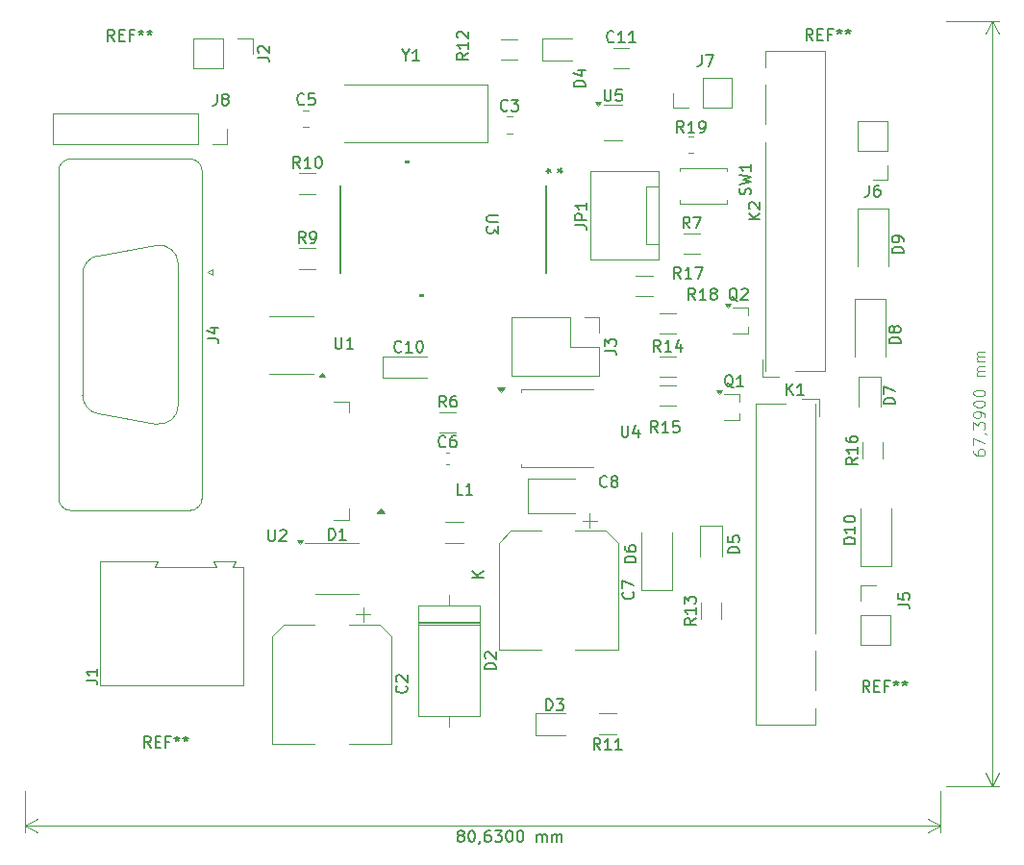
<source format=gbr>
%TF.GenerationSoftware,KiCad,Pcbnew,8.0.9*%
%TF.CreationDate,2025-04-23T13:20:28+02:00*%
%TF.ProjectId,Dijous_D_Combustible,44696a6f-7573-45f4-945f-436f6d627573,rev?*%
%TF.SameCoordinates,Original*%
%TF.FileFunction,Legend,Top*%
%TF.FilePolarity,Positive*%
%FSLAX46Y46*%
G04 Gerber Fmt 4.6, Leading zero omitted, Abs format (unit mm)*
G04 Created by KiCad (PCBNEW 8.0.9) date 2025-04-23 13:20:28*
%MOMM*%
%LPD*%
G01*
G04 APERTURE LIST*
%ADD10C,0.150000*%
%ADD11C,0.050000*%
%ADD12C,0.100000*%
%ADD13C,0.120000*%
%ADD14C,0.152400*%
%ADD15C,0.000000*%
G04 APERTURE END LIST*
D10*
X166571429Y-142883390D02*
X166476191Y-142835771D01*
X166476191Y-142835771D02*
X166428572Y-142788152D01*
X166428572Y-142788152D02*
X166380953Y-142692914D01*
X166380953Y-142692914D02*
X166380953Y-142645295D01*
X166380953Y-142645295D02*
X166428572Y-142550057D01*
X166428572Y-142550057D02*
X166476191Y-142502438D01*
X166476191Y-142502438D02*
X166571429Y-142454819D01*
X166571429Y-142454819D02*
X166761905Y-142454819D01*
X166761905Y-142454819D02*
X166857143Y-142502438D01*
X166857143Y-142502438D02*
X166904762Y-142550057D01*
X166904762Y-142550057D02*
X166952381Y-142645295D01*
X166952381Y-142645295D02*
X166952381Y-142692914D01*
X166952381Y-142692914D02*
X166904762Y-142788152D01*
X166904762Y-142788152D02*
X166857143Y-142835771D01*
X166857143Y-142835771D02*
X166761905Y-142883390D01*
X166761905Y-142883390D02*
X166571429Y-142883390D01*
X166571429Y-142883390D02*
X166476191Y-142931009D01*
X166476191Y-142931009D02*
X166428572Y-142978628D01*
X166428572Y-142978628D02*
X166380953Y-143073866D01*
X166380953Y-143073866D02*
X166380953Y-143264342D01*
X166380953Y-143264342D02*
X166428572Y-143359580D01*
X166428572Y-143359580D02*
X166476191Y-143407200D01*
X166476191Y-143407200D02*
X166571429Y-143454819D01*
X166571429Y-143454819D02*
X166761905Y-143454819D01*
X166761905Y-143454819D02*
X166857143Y-143407200D01*
X166857143Y-143407200D02*
X166904762Y-143359580D01*
X166904762Y-143359580D02*
X166952381Y-143264342D01*
X166952381Y-143264342D02*
X166952381Y-143073866D01*
X166952381Y-143073866D02*
X166904762Y-142978628D01*
X166904762Y-142978628D02*
X166857143Y-142931009D01*
X166857143Y-142931009D02*
X166761905Y-142883390D01*
X167571429Y-142454819D02*
X167666667Y-142454819D01*
X167666667Y-142454819D02*
X167761905Y-142502438D01*
X167761905Y-142502438D02*
X167809524Y-142550057D01*
X167809524Y-142550057D02*
X167857143Y-142645295D01*
X167857143Y-142645295D02*
X167904762Y-142835771D01*
X167904762Y-142835771D02*
X167904762Y-143073866D01*
X167904762Y-143073866D02*
X167857143Y-143264342D01*
X167857143Y-143264342D02*
X167809524Y-143359580D01*
X167809524Y-143359580D02*
X167761905Y-143407200D01*
X167761905Y-143407200D02*
X167666667Y-143454819D01*
X167666667Y-143454819D02*
X167571429Y-143454819D01*
X167571429Y-143454819D02*
X167476191Y-143407200D01*
X167476191Y-143407200D02*
X167428572Y-143359580D01*
X167428572Y-143359580D02*
X167380953Y-143264342D01*
X167380953Y-143264342D02*
X167333334Y-143073866D01*
X167333334Y-143073866D02*
X167333334Y-142835771D01*
X167333334Y-142835771D02*
X167380953Y-142645295D01*
X167380953Y-142645295D02*
X167428572Y-142550057D01*
X167428572Y-142550057D02*
X167476191Y-142502438D01*
X167476191Y-142502438D02*
X167571429Y-142454819D01*
X168380953Y-143407200D02*
X168380953Y-143454819D01*
X168380953Y-143454819D02*
X168333334Y-143550057D01*
X168333334Y-143550057D02*
X168285715Y-143597676D01*
X169238095Y-142454819D02*
X169047619Y-142454819D01*
X169047619Y-142454819D02*
X168952381Y-142502438D01*
X168952381Y-142502438D02*
X168904762Y-142550057D01*
X168904762Y-142550057D02*
X168809524Y-142692914D01*
X168809524Y-142692914D02*
X168761905Y-142883390D01*
X168761905Y-142883390D02*
X168761905Y-143264342D01*
X168761905Y-143264342D02*
X168809524Y-143359580D01*
X168809524Y-143359580D02*
X168857143Y-143407200D01*
X168857143Y-143407200D02*
X168952381Y-143454819D01*
X168952381Y-143454819D02*
X169142857Y-143454819D01*
X169142857Y-143454819D02*
X169238095Y-143407200D01*
X169238095Y-143407200D02*
X169285714Y-143359580D01*
X169285714Y-143359580D02*
X169333333Y-143264342D01*
X169333333Y-143264342D02*
X169333333Y-143026247D01*
X169333333Y-143026247D02*
X169285714Y-142931009D01*
X169285714Y-142931009D02*
X169238095Y-142883390D01*
X169238095Y-142883390D02*
X169142857Y-142835771D01*
X169142857Y-142835771D02*
X168952381Y-142835771D01*
X168952381Y-142835771D02*
X168857143Y-142883390D01*
X168857143Y-142883390D02*
X168809524Y-142931009D01*
X168809524Y-142931009D02*
X168761905Y-143026247D01*
X169666667Y-142454819D02*
X170285714Y-142454819D01*
X170285714Y-142454819D02*
X169952381Y-142835771D01*
X169952381Y-142835771D02*
X170095238Y-142835771D01*
X170095238Y-142835771D02*
X170190476Y-142883390D01*
X170190476Y-142883390D02*
X170238095Y-142931009D01*
X170238095Y-142931009D02*
X170285714Y-143026247D01*
X170285714Y-143026247D02*
X170285714Y-143264342D01*
X170285714Y-143264342D02*
X170238095Y-143359580D01*
X170238095Y-143359580D02*
X170190476Y-143407200D01*
X170190476Y-143407200D02*
X170095238Y-143454819D01*
X170095238Y-143454819D02*
X169809524Y-143454819D01*
X169809524Y-143454819D02*
X169714286Y-143407200D01*
X169714286Y-143407200D02*
X169666667Y-143359580D01*
X170904762Y-142454819D02*
X171000000Y-142454819D01*
X171000000Y-142454819D02*
X171095238Y-142502438D01*
X171095238Y-142502438D02*
X171142857Y-142550057D01*
X171142857Y-142550057D02*
X171190476Y-142645295D01*
X171190476Y-142645295D02*
X171238095Y-142835771D01*
X171238095Y-142835771D02*
X171238095Y-143073866D01*
X171238095Y-143073866D02*
X171190476Y-143264342D01*
X171190476Y-143264342D02*
X171142857Y-143359580D01*
X171142857Y-143359580D02*
X171095238Y-143407200D01*
X171095238Y-143407200D02*
X171000000Y-143454819D01*
X171000000Y-143454819D02*
X170904762Y-143454819D01*
X170904762Y-143454819D02*
X170809524Y-143407200D01*
X170809524Y-143407200D02*
X170761905Y-143359580D01*
X170761905Y-143359580D02*
X170714286Y-143264342D01*
X170714286Y-143264342D02*
X170666667Y-143073866D01*
X170666667Y-143073866D02*
X170666667Y-142835771D01*
X170666667Y-142835771D02*
X170714286Y-142645295D01*
X170714286Y-142645295D02*
X170761905Y-142550057D01*
X170761905Y-142550057D02*
X170809524Y-142502438D01*
X170809524Y-142502438D02*
X170904762Y-142454819D01*
X171857143Y-142454819D02*
X171952381Y-142454819D01*
X171952381Y-142454819D02*
X172047619Y-142502438D01*
X172047619Y-142502438D02*
X172095238Y-142550057D01*
X172095238Y-142550057D02*
X172142857Y-142645295D01*
X172142857Y-142645295D02*
X172190476Y-142835771D01*
X172190476Y-142835771D02*
X172190476Y-143073866D01*
X172190476Y-143073866D02*
X172142857Y-143264342D01*
X172142857Y-143264342D02*
X172095238Y-143359580D01*
X172095238Y-143359580D02*
X172047619Y-143407200D01*
X172047619Y-143407200D02*
X171952381Y-143454819D01*
X171952381Y-143454819D02*
X171857143Y-143454819D01*
X171857143Y-143454819D02*
X171761905Y-143407200D01*
X171761905Y-143407200D02*
X171714286Y-143359580D01*
X171714286Y-143359580D02*
X171666667Y-143264342D01*
X171666667Y-143264342D02*
X171619048Y-143073866D01*
X171619048Y-143073866D02*
X171619048Y-142835771D01*
X171619048Y-142835771D02*
X171666667Y-142645295D01*
X171666667Y-142645295D02*
X171714286Y-142550057D01*
X171714286Y-142550057D02*
X171761905Y-142502438D01*
X171761905Y-142502438D02*
X171857143Y-142454819D01*
X173380953Y-143454819D02*
X173380953Y-142788152D01*
X173380953Y-142883390D02*
X173428572Y-142835771D01*
X173428572Y-142835771D02*
X173523810Y-142788152D01*
X173523810Y-142788152D02*
X173666667Y-142788152D01*
X173666667Y-142788152D02*
X173761905Y-142835771D01*
X173761905Y-142835771D02*
X173809524Y-142931009D01*
X173809524Y-142931009D02*
X173809524Y-143454819D01*
X173809524Y-142931009D02*
X173857143Y-142835771D01*
X173857143Y-142835771D02*
X173952381Y-142788152D01*
X173952381Y-142788152D02*
X174095238Y-142788152D01*
X174095238Y-142788152D02*
X174190477Y-142835771D01*
X174190477Y-142835771D02*
X174238096Y-142931009D01*
X174238096Y-142931009D02*
X174238096Y-143454819D01*
X174714286Y-143454819D02*
X174714286Y-142788152D01*
X174714286Y-142883390D02*
X174761905Y-142835771D01*
X174761905Y-142835771D02*
X174857143Y-142788152D01*
X174857143Y-142788152D02*
X175000000Y-142788152D01*
X175000000Y-142788152D02*
X175095238Y-142835771D01*
X175095238Y-142835771D02*
X175142857Y-142931009D01*
X175142857Y-142931009D02*
X175142857Y-143454819D01*
X175142857Y-142931009D02*
X175190476Y-142835771D01*
X175190476Y-142835771D02*
X175285714Y-142788152D01*
X175285714Y-142788152D02*
X175428571Y-142788152D01*
X175428571Y-142788152D02*
X175523810Y-142835771D01*
X175523810Y-142835771D02*
X175571429Y-142931009D01*
X175571429Y-142931009D02*
X175571429Y-143454819D01*
D11*
X208900000Y-139010000D02*
X208900000Y-142586420D01*
X128270000Y-139010000D02*
X128270000Y-142586420D01*
X208900000Y-142000000D02*
X128270000Y-142000000D01*
X208900000Y-142000000D02*
X128270000Y-142000000D01*
X208900000Y-142000000D02*
X207773496Y-142586421D01*
X208900000Y-142000000D02*
X207773496Y-141413579D01*
X128270000Y-142000000D02*
X129396504Y-141413579D01*
X128270000Y-142000000D02*
X129396504Y-142586421D01*
D12*
X211817456Y-108958504D02*
X211817414Y-109148980D01*
X211817414Y-109148980D02*
X211865012Y-109244229D01*
X211865012Y-109244229D02*
X211912620Y-109291858D01*
X211912620Y-109291858D02*
X212055456Y-109387128D01*
X212055456Y-109387128D02*
X212245922Y-109434790D01*
X212245922Y-109434790D02*
X212626874Y-109434875D01*
X212626874Y-109434875D02*
X212722123Y-109387277D01*
X212722123Y-109387277D02*
X212769753Y-109339668D01*
X212769753Y-109339668D02*
X212817393Y-109244441D01*
X212817393Y-109244441D02*
X212817435Y-109053965D01*
X212817435Y-109053965D02*
X212769837Y-108958716D01*
X212769837Y-108958716D02*
X212722229Y-108911086D01*
X212722229Y-108911086D02*
X212627001Y-108863446D01*
X212627001Y-108863446D02*
X212388906Y-108863393D01*
X212388906Y-108863393D02*
X212293657Y-108910991D01*
X212293657Y-108910991D02*
X212246028Y-108958599D01*
X212246028Y-108958599D02*
X212198388Y-109053827D01*
X212198388Y-109053827D02*
X212198345Y-109244303D01*
X212198345Y-109244303D02*
X212245943Y-109339552D01*
X212245943Y-109339552D02*
X212293551Y-109387181D01*
X212293551Y-109387181D02*
X212388779Y-109434822D01*
X211817552Y-108529932D02*
X211817700Y-107863266D01*
X211817700Y-107863266D02*
X212817605Y-108292060D01*
X212770177Y-107434906D02*
X212817796Y-107434917D01*
X212817796Y-107434917D02*
X212913023Y-107482557D01*
X212913023Y-107482557D02*
X212960632Y-107530187D01*
X211817870Y-107101362D02*
X211818008Y-106482314D01*
X211818008Y-106482314D02*
X212198886Y-106815732D01*
X212198886Y-106815732D02*
X212198918Y-106672875D01*
X212198918Y-106672875D02*
X212246558Y-106577647D01*
X212246558Y-106577647D02*
X212294187Y-106530039D01*
X212294187Y-106530039D02*
X212389436Y-106482441D01*
X212389436Y-106482441D02*
X212627531Y-106482494D01*
X212627531Y-106482494D02*
X212722759Y-106530134D01*
X212722759Y-106530134D02*
X212770367Y-106577764D01*
X212770367Y-106577764D02*
X212817965Y-106673013D01*
X212817965Y-106673013D02*
X212817902Y-106958727D01*
X212817902Y-106958727D02*
X212770261Y-107053954D01*
X212770261Y-107053954D02*
X212722632Y-107101563D01*
X212818114Y-106006346D02*
X212818156Y-105815870D01*
X212818156Y-105815870D02*
X212770558Y-105720621D01*
X212770558Y-105720621D02*
X212722950Y-105672991D01*
X212722950Y-105672991D02*
X212580114Y-105577722D01*
X212580114Y-105577722D02*
X212389648Y-105530060D01*
X212389648Y-105530060D02*
X212008696Y-105529975D01*
X212008696Y-105529975D02*
X211913447Y-105577573D01*
X211913447Y-105577573D02*
X211865817Y-105625182D01*
X211865817Y-105625182D02*
X211818177Y-105720409D01*
X211818177Y-105720409D02*
X211818135Y-105910885D01*
X211818135Y-105910885D02*
X211865733Y-106006134D01*
X211865733Y-106006134D02*
X211913341Y-106053764D01*
X211913341Y-106053764D02*
X212008569Y-106101404D01*
X212008569Y-106101404D02*
X212246664Y-106101457D01*
X212246664Y-106101457D02*
X212341912Y-106053859D01*
X212341912Y-106053859D02*
X212389542Y-106006251D01*
X212389542Y-106006251D02*
X212437182Y-105911023D01*
X212437182Y-105911023D02*
X212437225Y-105720547D01*
X212437225Y-105720547D02*
X212389627Y-105625298D01*
X212389627Y-105625298D02*
X212342018Y-105577669D01*
X212342018Y-105577669D02*
X212246791Y-105530028D01*
X211818357Y-104910885D02*
X211818379Y-104815647D01*
X211818379Y-104815647D02*
X211866019Y-104720420D01*
X211866019Y-104720420D02*
X211913648Y-104672811D01*
X211913648Y-104672811D02*
X212008897Y-104625213D01*
X212008897Y-104625213D02*
X212199384Y-104577637D01*
X212199384Y-104577637D02*
X212437479Y-104577690D01*
X212437479Y-104577690D02*
X212627945Y-104625351D01*
X212627945Y-104625351D02*
X212723172Y-104672991D01*
X212723172Y-104672991D02*
X212770781Y-104720621D01*
X212770781Y-104720621D02*
X212818379Y-104815870D01*
X212818379Y-104815870D02*
X212818357Y-104911108D01*
X212818357Y-104911108D02*
X212770717Y-105006335D01*
X212770717Y-105006335D02*
X212723087Y-105053944D01*
X212723087Y-105053944D02*
X212627839Y-105101542D01*
X212627839Y-105101542D02*
X212437352Y-105149118D01*
X212437352Y-105149118D02*
X212199257Y-105149065D01*
X212199257Y-105149065D02*
X212008791Y-105101404D01*
X212008791Y-105101404D02*
X211913564Y-105053764D01*
X211913564Y-105053764D02*
X211865955Y-105006134D01*
X211865955Y-105006134D02*
X211818357Y-104910885D01*
X211818569Y-103958504D02*
X211818591Y-103863266D01*
X211818591Y-103863266D02*
X211866231Y-103768039D01*
X211866231Y-103768039D02*
X211913860Y-103720430D01*
X211913860Y-103720430D02*
X212009109Y-103672832D01*
X212009109Y-103672832D02*
X212199596Y-103625256D01*
X212199596Y-103625256D02*
X212437691Y-103625309D01*
X212437691Y-103625309D02*
X212628157Y-103672970D01*
X212628157Y-103672970D02*
X212723384Y-103720610D01*
X212723384Y-103720610D02*
X212770993Y-103768240D01*
X212770993Y-103768240D02*
X212818591Y-103863489D01*
X212818591Y-103863489D02*
X212818569Y-103958727D01*
X212818569Y-103958727D02*
X212770929Y-104053954D01*
X212770929Y-104053954D02*
X212723299Y-104101563D01*
X212723299Y-104101563D02*
X212628051Y-104149161D01*
X212628051Y-104149161D02*
X212437564Y-104196737D01*
X212437564Y-104196737D02*
X212199469Y-104196684D01*
X212199469Y-104196684D02*
X212009003Y-104149023D01*
X212009003Y-104149023D02*
X211913776Y-104101383D01*
X211913776Y-104101383D02*
X211866167Y-104053753D01*
X211866167Y-104053753D02*
X211818569Y-103958504D01*
X212818909Y-102434917D02*
X212152242Y-102434769D01*
X212247480Y-102434790D02*
X212199871Y-102387160D01*
X212199871Y-102387160D02*
X212152274Y-102291912D01*
X212152274Y-102291912D02*
X212152305Y-102149054D01*
X212152305Y-102149054D02*
X212199946Y-102053827D01*
X212199946Y-102053827D02*
X212295194Y-102006229D01*
X212295194Y-102006229D02*
X212819004Y-102006346D01*
X212295194Y-102006229D02*
X212199967Y-101958589D01*
X212199967Y-101958589D02*
X212152369Y-101863340D01*
X212152369Y-101863340D02*
X212152401Y-101720483D01*
X212152401Y-101720483D02*
X212200041Y-101625256D01*
X212200041Y-101625256D02*
X212295290Y-101577658D01*
X212295290Y-101577658D02*
X212819099Y-101577774D01*
X212819205Y-101101584D02*
X212152539Y-101101436D01*
X212247777Y-101101457D02*
X212200168Y-101053827D01*
X212200168Y-101053827D02*
X212152570Y-100958579D01*
X212152570Y-100958579D02*
X212152602Y-100815721D01*
X212152602Y-100815721D02*
X212200242Y-100720494D01*
X212200242Y-100720494D02*
X212295491Y-100672896D01*
X212295491Y-100672896D02*
X212819301Y-100673013D01*
X212295491Y-100672896D02*
X212200264Y-100625256D01*
X212200264Y-100625256D02*
X212152666Y-100530007D01*
X212152666Y-100530007D02*
X212152698Y-100387150D01*
X212152698Y-100387150D02*
X212200338Y-100291923D01*
X212200338Y-100291923D02*
X212295587Y-100244325D01*
X212295587Y-100244325D02*
X212819396Y-100244441D01*
X209400000Y-138510111D02*
X214039880Y-138511144D01*
X209415000Y-71120111D02*
X214054880Y-71121144D01*
X213453460Y-138511014D02*
X213468460Y-71121014D01*
X213453460Y-138511014D02*
X213468460Y-71121014D01*
X213453460Y-138511014D02*
X212867290Y-137384380D01*
X213453460Y-138511014D02*
X214040131Y-137384641D01*
X213468460Y-71121014D02*
X214054630Y-72247648D01*
X213468460Y-71121014D02*
X212881789Y-72247387D01*
D10*
X180848095Y-106769819D02*
X180848095Y-107579342D01*
X180848095Y-107579342D02*
X180895714Y-107674580D01*
X180895714Y-107674580D02*
X180943333Y-107722200D01*
X180943333Y-107722200D02*
X181038571Y-107769819D01*
X181038571Y-107769819D02*
X181229047Y-107769819D01*
X181229047Y-107769819D02*
X181324285Y-107722200D01*
X181324285Y-107722200D02*
X181371904Y-107674580D01*
X181371904Y-107674580D02*
X181419523Y-107579342D01*
X181419523Y-107579342D02*
X181419523Y-106769819D01*
X182324285Y-107103152D02*
X182324285Y-107769819D01*
X182086190Y-106722200D02*
X181848095Y-107436485D01*
X181848095Y-107436485D02*
X182467142Y-107436485D01*
X201404819Y-117206285D02*
X200404819Y-117206285D01*
X200404819Y-117206285D02*
X200404819Y-116968190D01*
X200404819Y-116968190D02*
X200452438Y-116825333D01*
X200452438Y-116825333D02*
X200547676Y-116730095D01*
X200547676Y-116730095D02*
X200642914Y-116682476D01*
X200642914Y-116682476D02*
X200833390Y-116634857D01*
X200833390Y-116634857D02*
X200976247Y-116634857D01*
X200976247Y-116634857D02*
X201166723Y-116682476D01*
X201166723Y-116682476D02*
X201261961Y-116730095D01*
X201261961Y-116730095D02*
X201357200Y-116825333D01*
X201357200Y-116825333D02*
X201404819Y-116968190D01*
X201404819Y-116968190D02*
X201404819Y-117206285D01*
X201404819Y-115682476D02*
X201404819Y-116253904D01*
X201404819Y-115968190D02*
X200404819Y-115968190D01*
X200404819Y-115968190D02*
X200547676Y-116063428D01*
X200547676Y-116063428D02*
X200642914Y-116158666D01*
X200642914Y-116158666D02*
X200690533Y-116253904D01*
X200404819Y-115063428D02*
X200404819Y-114968190D01*
X200404819Y-114968190D02*
X200452438Y-114872952D01*
X200452438Y-114872952D02*
X200500057Y-114825333D01*
X200500057Y-114825333D02*
X200595295Y-114777714D01*
X200595295Y-114777714D02*
X200785771Y-114730095D01*
X200785771Y-114730095D02*
X201023866Y-114730095D01*
X201023866Y-114730095D02*
X201214342Y-114777714D01*
X201214342Y-114777714D02*
X201309580Y-114825333D01*
X201309580Y-114825333D02*
X201357200Y-114872952D01*
X201357200Y-114872952D02*
X201404819Y-114968190D01*
X201404819Y-114968190D02*
X201404819Y-115063428D01*
X201404819Y-115063428D02*
X201357200Y-115158666D01*
X201357200Y-115158666D02*
X201309580Y-115206285D01*
X201309580Y-115206285D02*
X201214342Y-115253904D01*
X201214342Y-115253904D02*
X201023866Y-115301523D01*
X201023866Y-115301523D02*
X200785771Y-115301523D01*
X200785771Y-115301523D02*
X200595295Y-115253904D01*
X200595295Y-115253904D02*
X200500057Y-115206285D01*
X200500057Y-115206285D02*
X200452438Y-115158666D01*
X200452438Y-115158666D02*
X200404819Y-115063428D01*
X180156142Y-72931580D02*
X180108523Y-72979200D01*
X180108523Y-72979200D02*
X179965666Y-73026819D01*
X179965666Y-73026819D02*
X179870428Y-73026819D01*
X179870428Y-73026819D02*
X179727571Y-72979200D01*
X179727571Y-72979200D02*
X179632333Y-72883961D01*
X179632333Y-72883961D02*
X179584714Y-72788723D01*
X179584714Y-72788723D02*
X179537095Y-72598247D01*
X179537095Y-72598247D02*
X179537095Y-72455390D01*
X179537095Y-72455390D02*
X179584714Y-72264914D01*
X179584714Y-72264914D02*
X179632333Y-72169676D01*
X179632333Y-72169676D02*
X179727571Y-72074438D01*
X179727571Y-72074438D02*
X179870428Y-72026819D01*
X179870428Y-72026819D02*
X179965666Y-72026819D01*
X179965666Y-72026819D02*
X180108523Y-72074438D01*
X180108523Y-72074438D02*
X180156142Y-72122057D01*
X181108523Y-73026819D02*
X180537095Y-73026819D01*
X180822809Y-73026819D02*
X180822809Y-72026819D01*
X180822809Y-72026819D02*
X180727571Y-72169676D01*
X180727571Y-72169676D02*
X180632333Y-72264914D01*
X180632333Y-72264914D02*
X180537095Y-72312533D01*
X182060904Y-73026819D02*
X181489476Y-73026819D01*
X181775190Y-73026819D02*
X181775190Y-72026819D01*
X181775190Y-72026819D02*
X181679952Y-72169676D01*
X181679952Y-72169676D02*
X181584714Y-72264914D01*
X181584714Y-72264914D02*
X181489476Y-72312533D01*
X169963180Y-88265095D02*
X169153657Y-88265095D01*
X169153657Y-88265095D02*
X169058419Y-88312714D01*
X169058419Y-88312714D02*
X169010800Y-88360333D01*
X169010800Y-88360333D02*
X168963180Y-88455571D01*
X168963180Y-88455571D02*
X168963180Y-88646047D01*
X168963180Y-88646047D02*
X169010800Y-88741285D01*
X169010800Y-88741285D02*
X169058419Y-88788904D01*
X169058419Y-88788904D02*
X169153657Y-88836523D01*
X169153657Y-88836523D02*
X169963180Y-88836523D01*
X169963180Y-89217476D02*
X169963180Y-89836523D01*
X169963180Y-89836523D02*
X169582228Y-89503190D01*
X169582228Y-89503190D02*
X169582228Y-89646047D01*
X169582228Y-89646047D02*
X169534609Y-89741285D01*
X169534609Y-89741285D02*
X169486990Y-89788904D01*
X169486990Y-89788904D02*
X169391752Y-89836523D01*
X169391752Y-89836523D02*
X169153657Y-89836523D01*
X169153657Y-89836523D02*
X169058419Y-89788904D01*
X169058419Y-89788904D02*
X169010800Y-89741285D01*
X169010800Y-89741285D02*
X168963180Y-89646047D01*
X168963180Y-89646047D02*
X168963180Y-89360333D01*
X168963180Y-89360333D02*
X169010800Y-89265095D01*
X169010800Y-89265095D02*
X169058419Y-89217476D01*
X175651180Y-84328000D02*
X175413085Y-84328000D01*
X175508323Y-84089905D02*
X175413085Y-84328000D01*
X175413085Y-84328000D02*
X175508323Y-84566095D01*
X175222609Y-84185143D02*
X175413085Y-84328000D01*
X175413085Y-84328000D02*
X175222609Y-84470857D01*
X174206819Y-84327999D02*
X174444914Y-84327999D01*
X174349676Y-84566094D02*
X174444914Y-84327999D01*
X174444914Y-84327999D02*
X174349676Y-84089904D01*
X174635390Y-84470856D02*
X174444914Y-84327999D01*
X174444914Y-84327999D02*
X174635390Y-84185142D01*
X169782819Y-128246094D02*
X168782819Y-128246094D01*
X168782819Y-128246094D02*
X168782819Y-128007999D01*
X168782819Y-128007999D02*
X168830438Y-127865142D01*
X168830438Y-127865142D02*
X168925676Y-127769904D01*
X168925676Y-127769904D02*
X169020914Y-127722285D01*
X169020914Y-127722285D02*
X169211390Y-127674666D01*
X169211390Y-127674666D02*
X169354247Y-127674666D01*
X169354247Y-127674666D02*
X169544723Y-127722285D01*
X169544723Y-127722285D02*
X169639961Y-127769904D01*
X169639961Y-127769904D02*
X169735200Y-127865142D01*
X169735200Y-127865142D02*
X169782819Y-128007999D01*
X169782819Y-128007999D02*
X169782819Y-128246094D01*
X168878057Y-127293713D02*
X168830438Y-127246094D01*
X168830438Y-127246094D02*
X168782819Y-127150856D01*
X168782819Y-127150856D02*
X168782819Y-126912761D01*
X168782819Y-126912761D02*
X168830438Y-126817523D01*
X168830438Y-126817523D02*
X168878057Y-126769904D01*
X168878057Y-126769904D02*
X168973295Y-126722285D01*
X168973295Y-126722285D02*
X169068533Y-126722285D01*
X169068533Y-126722285D02*
X169211390Y-126769904D01*
X169211390Y-126769904D02*
X169782819Y-127341332D01*
X169782819Y-127341332D02*
X169782819Y-126722285D01*
X168662819Y-120149904D02*
X167662819Y-120149904D01*
X168662819Y-119578476D02*
X168091390Y-120007047D01*
X167662819Y-119578476D02*
X168234247Y-120149904D01*
X177619819Y-76938094D02*
X176619819Y-76938094D01*
X176619819Y-76938094D02*
X176619819Y-76699999D01*
X176619819Y-76699999D02*
X176667438Y-76557142D01*
X176667438Y-76557142D02*
X176762676Y-76461904D01*
X176762676Y-76461904D02*
X176857914Y-76414285D01*
X176857914Y-76414285D02*
X177048390Y-76366666D01*
X177048390Y-76366666D02*
X177191247Y-76366666D01*
X177191247Y-76366666D02*
X177381723Y-76414285D01*
X177381723Y-76414285D02*
X177476961Y-76461904D01*
X177476961Y-76461904D02*
X177572200Y-76557142D01*
X177572200Y-76557142D02*
X177619819Y-76699999D01*
X177619819Y-76699999D02*
X177619819Y-76938094D01*
X176953152Y-75509523D02*
X177619819Y-75509523D01*
X176572200Y-75747618D02*
X177286485Y-75985713D01*
X177286485Y-75985713D02*
X177286485Y-75366666D01*
X179538333Y-112119580D02*
X179490714Y-112167200D01*
X179490714Y-112167200D02*
X179347857Y-112214819D01*
X179347857Y-112214819D02*
X179252619Y-112214819D01*
X179252619Y-112214819D02*
X179109762Y-112167200D01*
X179109762Y-112167200D02*
X179014524Y-112071961D01*
X179014524Y-112071961D02*
X178966905Y-111976723D01*
X178966905Y-111976723D02*
X178919286Y-111786247D01*
X178919286Y-111786247D02*
X178919286Y-111643390D01*
X178919286Y-111643390D02*
X178966905Y-111452914D01*
X178966905Y-111452914D02*
X179014524Y-111357676D01*
X179014524Y-111357676D02*
X179109762Y-111262438D01*
X179109762Y-111262438D02*
X179252619Y-111214819D01*
X179252619Y-111214819D02*
X179347857Y-111214819D01*
X179347857Y-111214819D02*
X179490714Y-111262438D01*
X179490714Y-111262438D02*
X179538333Y-111310057D01*
X180109762Y-111643390D02*
X180014524Y-111595771D01*
X180014524Y-111595771D02*
X179966905Y-111548152D01*
X179966905Y-111548152D02*
X179919286Y-111452914D01*
X179919286Y-111452914D02*
X179919286Y-111405295D01*
X179919286Y-111405295D02*
X179966905Y-111310057D01*
X179966905Y-111310057D02*
X180014524Y-111262438D01*
X180014524Y-111262438D02*
X180109762Y-111214819D01*
X180109762Y-111214819D02*
X180300238Y-111214819D01*
X180300238Y-111214819D02*
X180395476Y-111262438D01*
X180395476Y-111262438D02*
X180443095Y-111310057D01*
X180443095Y-111310057D02*
X180490714Y-111405295D01*
X180490714Y-111405295D02*
X180490714Y-111452914D01*
X180490714Y-111452914D02*
X180443095Y-111548152D01*
X180443095Y-111548152D02*
X180395476Y-111595771D01*
X180395476Y-111595771D02*
X180300238Y-111643390D01*
X180300238Y-111643390D02*
X180109762Y-111643390D01*
X180109762Y-111643390D02*
X180014524Y-111691009D01*
X180014524Y-111691009D02*
X179966905Y-111738628D01*
X179966905Y-111738628D02*
X179919286Y-111833866D01*
X179919286Y-111833866D02*
X179919286Y-112024342D01*
X179919286Y-112024342D02*
X179966905Y-112119580D01*
X179966905Y-112119580D02*
X180014524Y-112167200D01*
X180014524Y-112167200D02*
X180109762Y-112214819D01*
X180109762Y-112214819D02*
X180300238Y-112214819D01*
X180300238Y-112214819D02*
X180395476Y-112167200D01*
X180395476Y-112167200D02*
X180443095Y-112119580D01*
X180443095Y-112119580D02*
X180490714Y-112024342D01*
X180490714Y-112024342D02*
X180490714Y-111833866D01*
X180490714Y-111833866D02*
X180443095Y-111738628D01*
X180443095Y-111738628D02*
X180395476Y-111691009D01*
X180395476Y-111691009D02*
X180300238Y-111643390D01*
X205650819Y-91584094D02*
X204650819Y-91584094D01*
X204650819Y-91584094D02*
X204650819Y-91345999D01*
X204650819Y-91345999D02*
X204698438Y-91203142D01*
X204698438Y-91203142D02*
X204793676Y-91107904D01*
X204793676Y-91107904D02*
X204888914Y-91060285D01*
X204888914Y-91060285D02*
X205079390Y-91012666D01*
X205079390Y-91012666D02*
X205222247Y-91012666D01*
X205222247Y-91012666D02*
X205412723Y-91060285D01*
X205412723Y-91060285D02*
X205507961Y-91107904D01*
X205507961Y-91107904D02*
X205603200Y-91203142D01*
X205603200Y-91203142D02*
X205650819Y-91345999D01*
X205650819Y-91345999D02*
X205650819Y-91584094D01*
X205650819Y-90536475D02*
X205650819Y-90345999D01*
X205650819Y-90345999D02*
X205603200Y-90250761D01*
X205603200Y-90250761D02*
X205555580Y-90203142D01*
X205555580Y-90203142D02*
X205412723Y-90107904D01*
X205412723Y-90107904D02*
X205222247Y-90060285D01*
X205222247Y-90060285D02*
X204841295Y-90060285D01*
X204841295Y-90060285D02*
X204746057Y-90107904D01*
X204746057Y-90107904D02*
X204698438Y-90155523D01*
X204698438Y-90155523D02*
X204650819Y-90250761D01*
X204650819Y-90250761D02*
X204650819Y-90441237D01*
X204650819Y-90441237D02*
X204698438Y-90536475D01*
X204698438Y-90536475D02*
X204746057Y-90584094D01*
X204746057Y-90584094D02*
X204841295Y-90631713D01*
X204841295Y-90631713D02*
X205079390Y-90631713D01*
X205079390Y-90631713D02*
X205174628Y-90584094D01*
X205174628Y-90584094D02*
X205222247Y-90536475D01*
X205222247Y-90536475D02*
X205269866Y-90441237D01*
X205269866Y-90441237D02*
X205269866Y-90250761D01*
X205269866Y-90250761D02*
X205222247Y-90155523D01*
X205222247Y-90155523D02*
X205174628Y-90107904D01*
X205174628Y-90107904D02*
X205079390Y-90060285D01*
X136176666Y-72901819D02*
X135843333Y-72425628D01*
X135605238Y-72901819D02*
X135605238Y-71901819D01*
X135605238Y-71901819D02*
X135986190Y-71901819D01*
X135986190Y-71901819D02*
X136081428Y-71949438D01*
X136081428Y-71949438D02*
X136129047Y-71997057D01*
X136129047Y-71997057D02*
X136176666Y-72092295D01*
X136176666Y-72092295D02*
X136176666Y-72235152D01*
X136176666Y-72235152D02*
X136129047Y-72330390D01*
X136129047Y-72330390D02*
X136081428Y-72378009D01*
X136081428Y-72378009D02*
X135986190Y-72425628D01*
X135986190Y-72425628D02*
X135605238Y-72425628D01*
X136605238Y-72378009D02*
X136938571Y-72378009D01*
X137081428Y-72901819D02*
X136605238Y-72901819D01*
X136605238Y-72901819D02*
X136605238Y-71901819D01*
X136605238Y-71901819D02*
X137081428Y-71901819D01*
X137843333Y-72378009D02*
X137510000Y-72378009D01*
X137510000Y-72901819D02*
X137510000Y-71901819D01*
X137510000Y-71901819D02*
X137986190Y-71901819D01*
X138510000Y-71901819D02*
X138510000Y-72139914D01*
X138271905Y-72044676D02*
X138510000Y-72139914D01*
X138510000Y-72139914D02*
X138748095Y-72044676D01*
X138367143Y-72330390D02*
X138510000Y-72139914D01*
X138510000Y-72139914D02*
X138652857Y-72330390D01*
X139271905Y-71901819D02*
X139271905Y-72139914D01*
X139033810Y-72044676D02*
X139271905Y-72139914D01*
X139271905Y-72139914D02*
X139510000Y-72044676D01*
X139129048Y-72330390D02*
X139271905Y-72139914D01*
X139271905Y-72139914D02*
X139414762Y-72330390D01*
X190658761Y-103420057D02*
X190563523Y-103372438D01*
X190563523Y-103372438D02*
X190468285Y-103277200D01*
X190468285Y-103277200D02*
X190325428Y-103134342D01*
X190325428Y-103134342D02*
X190230190Y-103086723D01*
X190230190Y-103086723D02*
X190134952Y-103086723D01*
X190182571Y-103324819D02*
X190087333Y-103277200D01*
X190087333Y-103277200D02*
X189992095Y-103181961D01*
X189992095Y-103181961D02*
X189944476Y-102991485D01*
X189944476Y-102991485D02*
X189944476Y-102658152D01*
X189944476Y-102658152D02*
X189992095Y-102467676D01*
X189992095Y-102467676D02*
X190087333Y-102372438D01*
X190087333Y-102372438D02*
X190182571Y-102324819D01*
X190182571Y-102324819D02*
X190373047Y-102324819D01*
X190373047Y-102324819D02*
X190468285Y-102372438D01*
X190468285Y-102372438D02*
X190563523Y-102467676D01*
X190563523Y-102467676D02*
X190611142Y-102658152D01*
X190611142Y-102658152D02*
X190611142Y-102991485D01*
X190611142Y-102991485D02*
X190563523Y-103181961D01*
X190563523Y-103181961D02*
X190468285Y-103277200D01*
X190468285Y-103277200D02*
X190373047Y-103324819D01*
X190373047Y-103324819D02*
X190182571Y-103324819D01*
X191563523Y-103324819D02*
X190992095Y-103324819D01*
X191277809Y-103324819D02*
X191277809Y-102324819D01*
X191277809Y-102324819D02*
X191182571Y-102467676D01*
X191182571Y-102467676D02*
X191087333Y-102562914D01*
X191087333Y-102562914D02*
X190992095Y-102610533D01*
X152995333Y-90709819D02*
X152662000Y-90233628D01*
X152423905Y-90709819D02*
X152423905Y-89709819D01*
X152423905Y-89709819D02*
X152804857Y-89709819D01*
X152804857Y-89709819D02*
X152900095Y-89757438D01*
X152900095Y-89757438D02*
X152947714Y-89805057D01*
X152947714Y-89805057D02*
X152995333Y-89900295D01*
X152995333Y-89900295D02*
X152995333Y-90043152D01*
X152995333Y-90043152D02*
X152947714Y-90138390D01*
X152947714Y-90138390D02*
X152900095Y-90186009D01*
X152900095Y-90186009D02*
X152804857Y-90233628D01*
X152804857Y-90233628D02*
X152423905Y-90233628D01*
X153471524Y-90709819D02*
X153662000Y-90709819D01*
X153662000Y-90709819D02*
X153757238Y-90662200D01*
X153757238Y-90662200D02*
X153804857Y-90614580D01*
X153804857Y-90614580D02*
X153900095Y-90471723D01*
X153900095Y-90471723D02*
X153947714Y-90281247D01*
X153947714Y-90281247D02*
X153947714Y-89900295D01*
X153947714Y-89900295D02*
X153900095Y-89805057D01*
X153900095Y-89805057D02*
X153852476Y-89757438D01*
X153852476Y-89757438D02*
X153757238Y-89709819D01*
X153757238Y-89709819D02*
X153566762Y-89709819D01*
X153566762Y-89709819D02*
X153471524Y-89757438D01*
X153471524Y-89757438D02*
X153423905Y-89805057D01*
X153423905Y-89805057D02*
X153376286Y-89900295D01*
X153376286Y-89900295D02*
X153376286Y-90138390D01*
X153376286Y-90138390D02*
X153423905Y-90233628D01*
X153423905Y-90233628D02*
X153471524Y-90281247D01*
X153471524Y-90281247D02*
X153566762Y-90328866D01*
X153566762Y-90328866D02*
X153757238Y-90328866D01*
X153757238Y-90328866D02*
X153852476Y-90281247D01*
X153852476Y-90281247D02*
X153900095Y-90233628D01*
X153900095Y-90233628D02*
X153947714Y-90138390D01*
X174174405Y-131867319D02*
X174174405Y-130867319D01*
X174174405Y-130867319D02*
X174412500Y-130867319D01*
X174412500Y-130867319D02*
X174555357Y-130914938D01*
X174555357Y-130914938D02*
X174650595Y-131010176D01*
X174650595Y-131010176D02*
X174698214Y-131105414D01*
X174698214Y-131105414D02*
X174745833Y-131295890D01*
X174745833Y-131295890D02*
X174745833Y-131438747D01*
X174745833Y-131438747D02*
X174698214Y-131629223D01*
X174698214Y-131629223D02*
X174650595Y-131724461D01*
X174650595Y-131724461D02*
X174555357Y-131819700D01*
X174555357Y-131819700D02*
X174412500Y-131867319D01*
X174412500Y-131867319D02*
X174174405Y-131867319D01*
X175079167Y-130867319D02*
X175698214Y-130867319D01*
X175698214Y-130867319D02*
X175364881Y-131248271D01*
X175364881Y-131248271D02*
X175507738Y-131248271D01*
X175507738Y-131248271D02*
X175602976Y-131295890D01*
X175602976Y-131295890D02*
X175650595Y-131343509D01*
X175650595Y-131343509D02*
X175698214Y-131438747D01*
X175698214Y-131438747D02*
X175698214Y-131676842D01*
X175698214Y-131676842D02*
X175650595Y-131772080D01*
X175650595Y-131772080D02*
X175602976Y-131819700D01*
X175602976Y-131819700D02*
X175507738Y-131867319D01*
X175507738Y-131867319D02*
X175222024Y-131867319D01*
X175222024Y-131867319D02*
X175126786Y-131819700D01*
X175126786Y-131819700D02*
X175079167Y-131772080D01*
X205396819Y-99544094D02*
X204396819Y-99544094D01*
X204396819Y-99544094D02*
X204396819Y-99305999D01*
X204396819Y-99305999D02*
X204444438Y-99163142D01*
X204444438Y-99163142D02*
X204539676Y-99067904D01*
X204539676Y-99067904D02*
X204634914Y-99020285D01*
X204634914Y-99020285D02*
X204825390Y-98972666D01*
X204825390Y-98972666D02*
X204968247Y-98972666D01*
X204968247Y-98972666D02*
X205158723Y-99020285D01*
X205158723Y-99020285D02*
X205253961Y-99067904D01*
X205253961Y-99067904D02*
X205349200Y-99163142D01*
X205349200Y-99163142D02*
X205396819Y-99305999D01*
X205396819Y-99305999D02*
X205396819Y-99544094D01*
X204825390Y-98401237D02*
X204777771Y-98496475D01*
X204777771Y-98496475D02*
X204730152Y-98544094D01*
X204730152Y-98544094D02*
X204634914Y-98591713D01*
X204634914Y-98591713D02*
X204587295Y-98591713D01*
X204587295Y-98591713D02*
X204492057Y-98544094D01*
X204492057Y-98544094D02*
X204444438Y-98496475D01*
X204444438Y-98496475D02*
X204396819Y-98401237D01*
X204396819Y-98401237D02*
X204396819Y-98210761D01*
X204396819Y-98210761D02*
X204444438Y-98115523D01*
X204444438Y-98115523D02*
X204492057Y-98067904D01*
X204492057Y-98067904D02*
X204587295Y-98020285D01*
X204587295Y-98020285D02*
X204634914Y-98020285D01*
X204634914Y-98020285D02*
X204730152Y-98067904D01*
X204730152Y-98067904D02*
X204777771Y-98115523D01*
X204777771Y-98115523D02*
X204825390Y-98210761D01*
X204825390Y-98210761D02*
X204825390Y-98401237D01*
X204825390Y-98401237D02*
X204873009Y-98496475D01*
X204873009Y-98496475D02*
X204920628Y-98544094D01*
X204920628Y-98544094D02*
X205015866Y-98591713D01*
X205015866Y-98591713D02*
X205206342Y-98591713D01*
X205206342Y-98591713D02*
X205301580Y-98544094D01*
X205301580Y-98544094D02*
X205349200Y-98496475D01*
X205349200Y-98496475D02*
X205396819Y-98401237D01*
X205396819Y-98401237D02*
X205396819Y-98210761D01*
X205396819Y-98210761D02*
X205349200Y-98115523D01*
X205349200Y-98115523D02*
X205301580Y-98067904D01*
X205301580Y-98067904D02*
X205206342Y-98020285D01*
X205206342Y-98020285D02*
X205015866Y-98020285D01*
X205015866Y-98020285D02*
X204920628Y-98067904D01*
X204920628Y-98067904D02*
X204873009Y-98115523D01*
X204873009Y-98115523D02*
X204825390Y-98210761D01*
X165333333Y-108579580D02*
X165285714Y-108627200D01*
X165285714Y-108627200D02*
X165142857Y-108674819D01*
X165142857Y-108674819D02*
X165047619Y-108674819D01*
X165047619Y-108674819D02*
X164904762Y-108627200D01*
X164904762Y-108627200D02*
X164809524Y-108531961D01*
X164809524Y-108531961D02*
X164761905Y-108436723D01*
X164761905Y-108436723D02*
X164714286Y-108246247D01*
X164714286Y-108246247D02*
X164714286Y-108103390D01*
X164714286Y-108103390D02*
X164761905Y-107912914D01*
X164761905Y-107912914D02*
X164809524Y-107817676D01*
X164809524Y-107817676D02*
X164904762Y-107722438D01*
X164904762Y-107722438D02*
X165047619Y-107674819D01*
X165047619Y-107674819D02*
X165142857Y-107674819D01*
X165142857Y-107674819D02*
X165285714Y-107722438D01*
X165285714Y-107722438D02*
X165333333Y-107770057D01*
X166190476Y-107674819D02*
X166000000Y-107674819D01*
X166000000Y-107674819D02*
X165904762Y-107722438D01*
X165904762Y-107722438D02*
X165857143Y-107770057D01*
X165857143Y-107770057D02*
X165761905Y-107912914D01*
X165761905Y-107912914D02*
X165714286Y-108103390D01*
X165714286Y-108103390D02*
X165714286Y-108484342D01*
X165714286Y-108484342D02*
X165761905Y-108579580D01*
X165761905Y-108579580D02*
X165809524Y-108627200D01*
X165809524Y-108627200D02*
X165904762Y-108674819D01*
X165904762Y-108674819D02*
X166095238Y-108674819D01*
X166095238Y-108674819D02*
X166190476Y-108627200D01*
X166190476Y-108627200D02*
X166238095Y-108579580D01*
X166238095Y-108579580D02*
X166285714Y-108484342D01*
X166285714Y-108484342D02*
X166285714Y-108246247D01*
X166285714Y-108246247D02*
X166238095Y-108151009D01*
X166238095Y-108151009D02*
X166190476Y-108103390D01*
X166190476Y-108103390D02*
X166095238Y-108055771D01*
X166095238Y-108055771D02*
X165904762Y-108055771D01*
X165904762Y-108055771D02*
X165809524Y-108103390D01*
X165809524Y-108103390D02*
X165761905Y-108151009D01*
X165761905Y-108151009D02*
X165714286Y-108246247D01*
X152519142Y-84105819D02*
X152185809Y-83629628D01*
X151947714Y-84105819D02*
X151947714Y-83105819D01*
X151947714Y-83105819D02*
X152328666Y-83105819D01*
X152328666Y-83105819D02*
X152423904Y-83153438D01*
X152423904Y-83153438D02*
X152471523Y-83201057D01*
X152471523Y-83201057D02*
X152519142Y-83296295D01*
X152519142Y-83296295D02*
X152519142Y-83439152D01*
X152519142Y-83439152D02*
X152471523Y-83534390D01*
X152471523Y-83534390D02*
X152423904Y-83582009D01*
X152423904Y-83582009D02*
X152328666Y-83629628D01*
X152328666Y-83629628D02*
X151947714Y-83629628D01*
X153471523Y-84105819D02*
X152900095Y-84105819D01*
X153185809Y-84105819D02*
X153185809Y-83105819D01*
X153185809Y-83105819D02*
X153090571Y-83248676D01*
X153090571Y-83248676D02*
X152995333Y-83343914D01*
X152995333Y-83343914D02*
X152900095Y-83391533D01*
X154090571Y-83105819D02*
X154185809Y-83105819D01*
X154185809Y-83105819D02*
X154281047Y-83153438D01*
X154281047Y-83153438D02*
X154328666Y-83201057D01*
X154328666Y-83201057D02*
X154376285Y-83296295D01*
X154376285Y-83296295D02*
X154423904Y-83486771D01*
X154423904Y-83486771D02*
X154423904Y-83724866D01*
X154423904Y-83724866D02*
X154376285Y-83915342D01*
X154376285Y-83915342D02*
X154328666Y-84010580D01*
X154328666Y-84010580D02*
X154281047Y-84058200D01*
X154281047Y-84058200D02*
X154185809Y-84105819D01*
X154185809Y-84105819D02*
X154090571Y-84105819D01*
X154090571Y-84105819D02*
X153995333Y-84058200D01*
X153995333Y-84058200D02*
X153947714Y-84010580D01*
X153947714Y-84010580D02*
X153900095Y-83915342D01*
X153900095Y-83915342D02*
X153852476Y-83724866D01*
X153852476Y-83724866D02*
X153852476Y-83486771D01*
X153852476Y-83486771D02*
X153900095Y-83296295D01*
X153900095Y-83296295D02*
X153947714Y-83201057D01*
X153947714Y-83201057D02*
X153995333Y-83153438D01*
X153995333Y-83153438D02*
X154090571Y-83105819D01*
X184269142Y-100234819D02*
X183935809Y-99758628D01*
X183697714Y-100234819D02*
X183697714Y-99234819D01*
X183697714Y-99234819D02*
X184078666Y-99234819D01*
X184078666Y-99234819D02*
X184173904Y-99282438D01*
X184173904Y-99282438D02*
X184221523Y-99330057D01*
X184221523Y-99330057D02*
X184269142Y-99425295D01*
X184269142Y-99425295D02*
X184269142Y-99568152D01*
X184269142Y-99568152D02*
X184221523Y-99663390D01*
X184221523Y-99663390D02*
X184173904Y-99711009D01*
X184173904Y-99711009D02*
X184078666Y-99758628D01*
X184078666Y-99758628D02*
X183697714Y-99758628D01*
X185221523Y-100234819D02*
X184650095Y-100234819D01*
X184935809Y-100234819D02*
X184935809Y-99234819D01*
X184935809Y-99234819D02*
X184840571Y-99377676D01*
X184840571Y-99377676D02*
X184745333Y-99472914D01*
X184745333Y-99472914D02*
X184650095Y-99520533D01*
X186078666Y-99568152D02*
X186078666Y-100234819D01*
X185840571Y-99187200D02*
X185602476Y-99901485D01*
X185602476Y-99901485D02*
X186221523Y-99901485D01*
X152883333Y-78435580D02*
X152835714Y-78483200D01*
X152835714Y-78483200D02*
X152692857Y-78530819D01*
X152692857Y-78530819D02*
X152597619Y-78530819D01*
X152597619Y-78530819D02*
X152454762Y-78483200D01*
X152454762Y-78483200D02*
X152359524Y-78387961D01*
X152359524Y-78387961D02*
X152311905Y-78292723D01*
X152311905Y-78292723D02*
X152264286Y-78102247D01*
X152264286Y-78102247D02*
X152264286Y-77959390D01*
X152264286Y-77959390D02*
X152311905Y-77768914D01*
X152311905Y-77768914D02*
X152359524Y-77673676D01*
X152359524Y-77673676D02*
X152454762Y-77578438D01*
X152454762Y-77578438D02*
X152597619Y-77530819D01*
X152597619Y-77530819D02*
X152692857Y-77530819D01*
X152692857Y-77530819D02*
X152835714Y-77578438D01*
X152835714Y-77578438D02*
X152883333Y-77626057D01*
X153788095Y-77530819D02*
X153311905Y-77530819D01*
X153311905Y-77530819D02*
X153264286Y-78007009D01*
X153264286Y-78007009D02*
X153311905Y-77959390D01*
X153311905Y-77959390D02*
X153407143Y-77911771D01*
X153407143Y-77911771D02*
X153645238Y-77911771D01*
X153645238Y-77911771D02*
X153740476Y-77959390D01*
X153740476Y-77959390D02*
X153788095Y-78007009D01*
X153788095Y-78007009D02*
X153835714Y-78102247D01*
X153835714Y-78102247D02*
X153835714Y-78340342D01*
X153835714Y-78340342D02*
X153788095Y-78435580D01*
X153788095Y-78435580D02*
X153740476Y-78483200D01*
X153740476Y-78483200D02*
X153645238Y-78530819D01*
X153645238Y-78530819D02*
X153407143Y-78530819D01*
X153407143Y-78530819D02*
X153311905Y-78483200D01*
X153311905Y-78483200D02*
X153264286Y-78435580D01*
X204924819Y-104878094D02*
X203924819Y-104878094D01*
X203924819Y-104878094D02*
X203924819Y-104639999D01*
X203924819Y-104639999D02*
X203972438Y-104497142D01*
X203972438Y-104497142D02*
X204067676Y-104401904D01*
X204067676Y-104401904D02*
X204162914Y-104354285D01*
X204162914Y-104354285D02*
X204353390Y-104306666D01*
X204353390Y-104306666D02*
X204496247Y-104306666D01*
X204496247Y-104306666D02*
X204686723Y-104354285D01*
X204686723Y-104354285D02*
X204781961Y-104401904D01*
X204781961Y-104401904D02*
X204877200Y-104497142D01*
X204877200Y-104497142D02*
X204924819Y-104639999D01*
X204924819Y-104639999D02*
X204924819Y-104878094D01*
X203924819Y-103973332D02*
X203924819Y-103306666D01*
X203924819Y-103306666D02*
X204924819Y-103735237D01*
X186833333Y-89384819D02*
X186500000Y-88908628D01*
X186261905Y-89384819D02*
X186261905Y-88384819D01*
X186261905Y-88384819D02*
X186642857Y-88384819D01*
X186642857Y-88384819D02*
X186738095Y-88432438D01*
X186738095Y-88432438D02*
X186785714Y-88480057D01*
X186785714Y-88480057D02*
X186833333Y-88575295D01*
X186833333Y-88575295D02*
X186833333Y-88718152D01*
X186833333Y-88718152D02*
X186785714Y-88813390D01*
X186785714Y-88813390D02*
X186738095Y-88861009D01*
X186738095Y-88861009D02*
X186642857Y-88908628D01*
X186642857Y-88908628D02*
X186261905Y-88908628D01*
X187166667Y-88384819D02*
X187833333Y-88384819D01*
X187833333Y-88384819D02*
X187404762Y-89384819D01*
X178957142Y-135337319D02*
X178623809Y-134861128D01*
X178385714Y-135337319D02*
X178385714Y-134337319D01*
X178385714Y-134337319D02*
X178766666Y-134337319D01*
X178766666Y-134337319D02*
X178861904Y-134384938D01*
X178861904Y-134384938D02*
X178909523Y-134432557D01*
X178909523Y-134432557D02*
X178957142Y-134527795D01*
X178957142Y-134527795D02*
X178957142Y-134670652D01*
X178957142Y-134670652D02*
X178909523Y-134765890D01*
X178909523Y-134765890D02*
X178861904Y-134813509D01*
X178861904Y-134813509D02*
X178766666Y-134861128D01*
X178766666Y-134861128D02*
X178385714Y-134861128D01*
X179909523Y-135337319D02*
X179338095Y-135337319D01*
X179623809Y-135337319D02*
X179623809Y-134337319D01*
X179623809Y-134337319D02*
X179528571Y-134480176D01*
X179528571Y-134480176D02*
X179433333Y-134575414D01*
X179433333Y-134575414D02*
X179338095Y-134623033D01*
X180861904Y-135337319D02*
X180290476Y-135337319D01*
X180576190Y-135337319D02*
X180576190Y-134337319D01*
X180576190Y-134337319D02*
X180480952Y-134480176D01*
X180480952Y-134480176D02*
X180385714Y-134575414D01*
X180385714Y-134575414D02*
X180290476Y-134623033D01*
X191039761Y-95800057D02*
X190944523Y-95752438D01*
X190944523Y-95752438D02*
X190849285Y-95657200D01*
X190849285Y-95657200D02*
X190706428Y-95514342D01*
X190706428Y-95514342D02*
X190611190Y-95466723D01*
X190611190Y-95466723D02*
X190515952Y-95466723D01*
X190563571Y-95704819D02*
X190468333Y-95657200D01*
X190468333Y-95657200D02*
X190373095Y-95561961D01*
X190373095Y-95561961D02*
X190325476Y-95371485D01*
X190325476Y-95371485D02*
X190325476Y-95038152D01*
X190325476Y-95038152D02*
X190373095Y-94847676D01*
X190373095Y-94847676D02*
X190468333Y-94752438D01*
X190468333Y-94752438D02*
X190563571Y-94704819D01*
X190563571Y-94704819D02*
X190754047Y-94704819D01*
X190754047Y-94704819D02*
X190849285Y-94752438D01*
X190849285Y-94752438D02*
X190944523Y-94847676D01*
X190944523Y-94847676D02*
X190992142Y-95038152D01*
X190992142Y-95038152D02*
X190992142Y-95371485D01*
X190992142Y-95371485D02*
X190944523Y-95561961D01*
X190944523Y-95561961D02*
X190849285Y-95657200D01*
X190849285Y-95657200D02*
X190754047Y-95704819D01*
X190754047Y-95704819D02*
X190563571Y-95704819D01*
X191373095Y-94800057D02*
X191420714Y-94752438D01*
X191420714Y-94752438D02*
X191515952Y-94704819D01*
X191515952Y-94704819D02*
X191754047Y-94704819D01*
X191754047Y-94704819D02*
X191849285Y-94752438D01*
X191849285Y-94752438D02*
X191896904Y-94800057D01*
X191896904Y-94800057D02*
X191944523Y-94895295D01*
X191944523Y-94895295D02*
X191944523Y-94990533D01*
X191944523Y-94990533D02*
X191896904Y-95133390D01*
X191896904Y-95133390D02*
X191325476Y-95704819D01*
X191325476Y-95704819D02*
X191944523Y-95704819D01*
X201580819Y-109608857D02*
X201104628Y-109942190D01*
X201580819Y-110180285D02*
X200580819Y-110180285D01*
X200580819Y-110180285D02*
X200580819Y-109799333D01*
X200580819Y-109799333D02*
X200628438Y-109704095D01*
X200628438Y-109704095D02*
X200676057Y-109656476D01*
X200676057Y-109656476D02*
X200771295Y-109608857D01*
X200771295Y-109608857D02*
X200914152Y-109608857D01*
X200914152Y-109608857D02*
X201009390Y-109656476D01*
X201009390Y-109656476D02*
X201057009Y-109704095D01*
X201057009Y-109704095D02*
X201104628Y-109799333D01*
X201104628Y-109799333D02*
X201104628Y-110180285D01*
X201580819Y-108656476D02*
X201580819Y-109227904D01*
X201580819Y-108942190D02*
X200580819Y-108942190D01*
X200580819Y-108942190D02*
X200723676Y-109037428D01*
X200723676Y-109037428D02*
X200818914Y-109132666D01*
X200818914Y-109132666D02*
X200866533Y-109227904D01*
X200580819Y-107799333D02*
X200580819Y-107989809D01*
X200580819Y-107989809D02*
X200628438Y-108085047D01*
X200628438Y-108085047D02*
X200676057Y-108132666D01*
X200676057Y-108132666D02*
X200818914Y-108227904D01*
X200818914Y-108227904D02*
X201009390Y-108275523D01*
X201009390Y-108275523D02*
X201390342Y-108275523D01*
X201390342Y-108275523D02*
X201485580Y-108227904D01*
X201485580Y-108227904D02*
X201533200Y-108180285D01*
X201533200Y-108180285D02*
X201580819Y-108085047D01*
X201580819Y-108085047D02*
X201580819Y-107894571D01*
X201580819Y-107894571D02*
X201533200Y-107799333D01*
X201533200Y-107799333D02*
X201485580Y-107751714D01*
X201485580Y-107751714D02*
X201390342Y-107704095D01*
X201390342Y-107704095D02*
X201152247Y-107704095D01*
X201152247Y-107704095D02*
X201057009Y-107751714D01*
X201057009Y-107751714D02*
X201009390Y-107799333D01*
X201009390Y-107799333D02*
X200961771Y-107894571D01*
X200961771Y-107894571D02*
X200961771Y-108085047D01*
X200961771Y-108085047D02*
X201009390Y-108180285D01*
X201009390Y-108180285D02*
X201057009Y-108227904D01*
X201057009Y-108227904D02*
X201152247Y-108275523D01*
X202612666Y-85604819D02*
X202612666Y-86319104D01*
X202612666Y-86319104D02*
X202565047Y-86461961D01*
X202565047Y-86461961D02*
X202469809Y-86557200D01*
X202469809Y-86557200D02*
X202326952Y-86604819D01*
X202326952Y-86604819D02*
X202231714Y-86604819D01*
X203517428Y-85604819D02*
X203326952Y-85604819D01*
X203326952Y-85604819D02*
X203231714Y-85652438D01*
X203231714Y-85652438D02*
X203184095Y-85700057D01*
X203184095Y-85700057D02*
X203088857Y-85842914D01*
X203088857Y-85842914D02*
X203041238Y-86033390D01*
X203041238Y-86033390D02*
X203041238Y-86414342D01*
X203041238Y-86414342D02*
X203088857Y-86509580D01*
X203088857Y-86509580D02*
X203136476Y-86557200D01*
X203136476Y-86557200D02*
X203231714Y-86604819D01*
X203231714Y-86604819D02*
X203422190Y-86604819D01*
X203422190Y-86604819D02*
X203517428Y-86557200D01*
X203517428Y-86557200D02*
X203565047Y-86509580D01*
X203565047Y-86509580D02*
X203612666Y-86414342D01*
X203612666Y-86414342D02*
X203612666Y-86176247D01*
X203612666Y-86176247D02*
X203565047Y-86081009D01*
X203565047Y-86081009D02*
X203517428Y-86033390D01*
X203517428Y-86033390D02*
X203422190Y-85985771D01*
X203422190Y-85985771D02*
X203231714Y-85985771D01*
X203231714Y-85985771D02*
X203136476Y-86033390D01*
X203136476Y-86033390D02*
X203088857Y-86081009D01*
X203088857Y-86081009D02*
X203041238Y-86176247D01*
X165370833Y-105134819D02*
X165037500Y-104658628D01*
X164799405Y-105134819D02*
X164799405Y-104134819D01*
X164799405Y-104134819D02*
X165180357Y-104134819D01*
X165180357Y-104134819D02*
X165275595Y-104182438D01*
X165275595Y-104182438D02*
X165323214Y-104230057D01*
X165323214Y-104230057D02*
X165370833Y-104325295D01*
X165370833Y-104325295D02*
X165370833Y-104468152D01*
X165370833Y-104468152D02*
X165323214Y-104563390D01*
X165323214Y-104563390D02*
X165275595Y-104611009D01*
X165275595Y-104611009D02*
X165180357Y-104658628D01*
X165180357Y-104658628D02*
X164799405Y-104658628D01*
X166227976Y-104134819D02*
X166037500Y-104134819D01*
X166037500Y-104134819D02*
X165942262Y-104182438D01*
X165942262Y-104182438D02*
X165894643Y-104230057D01*
X165894643Y-104230057D02*
X165799405Y-104372914D01*
X165799405Y-104372914D02*
X165751786Y-104563390D01*
X165751786Y-104563390D02*
X165751786Y-104944342D01*
X165751786Y-104944342D02*
X165799405Y-105039580D01*
X165799405Y-105039580D02*
X165847024Y-105087200D01*
X165847024Y-105087200D02*
X165942262Y-105134819D01*
X165942262Y-105134819D02*
X166132738Y-105134819D01*
X166132738Y-105134819D02*
X166227976Y-105087200D01*
X166227976Y-105087200D02*
X166275595Y-105039580D01*
X166275595Y-105039580D02*
X166323214Y-104944342D01*
X166323214Y-104944342D02*
X166323214Y-104706247D01*
X166323214Y-104706247D02*
X166275595Y-104611009D01*
X166275595Y-104611009D02*
X166227976Y-104563390D01*
X166227976Y-104563390D02*
X166132738Y-104515771D01*
X166132738Y-104515771D02*
X165942262Y-104515771D01*
X165942262Y-104515771D02*
X165847024Y-104563390D01*
X165847024Y-104563390D02*
X165799405Y-104611009D01*
X165799405Y-104611009D02*
X165751786Y-104706247D01*
X139366666Y-135154819D02*
X139033333Y-134678628D01*
X138795238Y-135154819D02*
X138795238Y-134154819D01*
X138795238Y-134154819D02*
X139176190Y-134154819D01*
X139176190Y-134154819D02*
X139271428Y-134202438D01*
X139271428Y-134202438D02*
X139319047Y-134250057D01*
X139319047Y-134250057D02*
X139366666Y-134345295D01*
X139366666Y-134345295D02*
X139366666Y-134488152D01*
X139366666Y-134488152D02*
X139319047Y-134583390D01*
X139319047Y-134583390D02*
X139271428Y-134631009D01*
X139271428Y-134631009D02*
X139176190Y-134678628D01*
X139176190Y-134678628D02*
X138795238Y-134678628D01*
X139795238Y-134631009D02*
X140128571Y-134631009D01*
X140271428Y-135154819D02*
X139795238Y-135154819D01*
X139795238Y-135154819D02*
X139795238Y-134154819D01*
X139795238Y-134154819D02*
X140271428Y-134154819D01*
X141033333Y-134631009D02*
X140700000Y-134631009D01*
X140700000Y-135154819D02*
X140700000Y-134154819D01*
X140700000Y-134154819D02*
X141176190Y-134154819D01*
X141700000Y-134154819D02*
X141700000Y-134392914D01*
X141461905Y-134297676D02*
X141700000Y-134392914D01*
X141700000Y-134392914D02*
X141938095Y-134297676D01*
X141557143Y-134583390D02*
X141700000Y-134392914D01*
X141700000Y-134392914D02*
X141842857Y-134583390D01*
X142461905Y-134154819D02*
X142461905Y-134392914D01*
X142223810Y-134297676D02*
X142461905Y-134392914D01*
X142461905Y-134392914D02*
X142700000Y-134297676D01*
X142319048Y-134583390D02*
X142461905Y-134392914D01*
X142461905Y-134392914D02*
X142604762Y-134583390D01*
X182100819Y-118848094D02*
X181100819Y-118848094D01*
X181100819Y-118848094D02*
X181100819Y-118609999D01*
X181100819Y-118609999D02*
X181148438Y-118467142D01*
X181148438Y-118467142D02*
X181243676Y-118371904D01*
X181243676Y-118371904D02*
X181338914Y-118324285D01*
X181338914Y-118324285D02*
X181529390Y-118276666D01*
X181529390Y-118276666D02*
X181672247Y-118276666D01*
X181672247Y-118276666D02*
X181862723Y-118324285D01*
X181862723Y-118324285D02*
X181957961Y-118371904D01*
X181957961Y-118371904D02*
X182053200Y-118467142D01*
X182053200Y-118467142D02*
X182100819Y-118609999D01*
X182100819Y-118609999D02*
X182100819Y-118848094D01*
X181100819Y-117419523D02*
X181100819Y-117609999D01*
X181100819Y-117609999D02*
X181148438Y-117705237D01*
X181148438Y-117705237D02*
X181196057Y-117752856D01*
X181196057Y-117752856D02*
X181338914Y-117848094D01*
X181338914Y-117848094D02*
X181529390Y-117895713D01*
X181529390Y-117895713D02*
X181910342Y-117895713D01*
X181910342Y-117895713D02*
X182005580Y-117848094D01*
X182005580Y-117848094D02*
X182053200Y-117800475D01*
X182053200Y-117800475D02*
X182100819Y-117705237D01*
X182100819Y-117705237D02*
X182100819Y-117514761D01*
X182100819Y-117514761D02*
X182053200Y-117419523D01*
X182053200Y-117419523D02*
X182005580Y-117371904D01*
X182005580Y-117371904D02*
X181910342Y-117324285D01*
X181910342Y-117324285D02*
X181672247Y-117324285D01*
X181672247Y-117324285D02*
X181577009Y-117371904D01*
X181577009Y-117371904D02*
X181529390Y-117419523D01*
X181529390Y-117419523D02*
X181481771Y-117514761D01*
X181481771Y-117514761D02*
X181481771Y-117705237D01*
X181481771Y-117705237D02*
X181529390Y-117800475D01*
X181529390Y-117800475D02*
X181577009Y-117848094D01*
X181577009Y-117848094D02*
X181672247Y-117895713D01*
X202666666Y-130254819D02*
X202333333Y-129778628D01*
X202095238Y-130254819D02*
X202095238Y-129254819D01*
X202095238Y-129254819D02*
X202476190Y-129254819D01*
X202476190Y-129254819D02*
X202571428Y-129302438D01*
X202571428Y-129302438D02*
X202619047Y-129350057D01*
X202619047Y-129350057D02*
X202666666Y-129445295D01*
X202666666Y-129445295D02*
X202666666Y-129588152D01*
X202666666Y-129588152D02*
X202619047Y-129683390D01*
X202619047Y-129683390D02*
X202571428Y-129731009D01*
X202571428Y-129731009D02*
X202476190Y-129778628D01*
X202476190Y-129778628D02*
X202095238Y-129778628D01*
X203095238Y-129731009D02*
X203428571Y-129731009D01*
X203571428Y-130254819D02*
X203095238Y-130254819D01*
X203095238Y-130254819D02*
X203095238Y-129254819D01*
X203095238Y-129254819D02*
X203571428Y-129254819D01*
X204333333Y-129731009D02*
X204000000Y-129731009D01*
X204000000Y-130254819D02*
X204000000Y-129254819D01*
X204000000Y-129254819D02*
X204476190Y-129254819D01*
X205000000Y-129254819D02*
X205000000Y-129492914D01*
X204761905Y-129397676D02*
X205000000Y-129492914D01*
X205000000Y-129492914D02*
X205238095Y-129397676D01*
X204857143Y-129683390D02*
X205000000Y-129492914D01*
X205000000Y-129492914D02*
X205142857Y-129683390D01*
X205761905Y-129254819D02*
X205761905Y-129492914D01*
X205523810Y-129397676D02*
X205761905Y-129492914D01*
X205761905Y-129492914D02*
X206000000Y-129397676D01*
X205619048Y-129683390D02*
X205761905Y-129492914D01*
X205761905Y-129492914D02*
X205904762Y-129683390D01*
X155623095Y-98994819D02*
X155623095Y-99804342D01*
X155623095Y-99804342D02*
X155670714Y-99899580D01*
X155670714Y-99899580D02*
X155718333Y-99947200D01*
X155718333Y-99947200D02*
X155813571Y-99994819D01*
X155813571Y-99994819D02*
X156004047Y-99994819D01*
X156004047Y-99994819D02*
X156099285Y-99947200D01*
X156099285Y-99947200D02*
X156146904Y-99899580D01*
X156146904Y-99899580D02*
X156194523Y-99804342D01*
X156194523Y-99804342D02*
X156194523Y-98994819D01*
X157194523Y-99994819D02*
X156623095Y-99994819D01*
X156908809Y-99994819D02*
X156908809Y-98994819D01*
X156908809Y-98994819D02*
X156813571Y-99137676D01*
X156813571Y-99137676D02*
X156718333Y-99232914D01*
X156718333Y-99232914D02*
X156623095Y-99280533D01*
X149733095Y-115959819D02*
X149733095Y-116769342D01*
X149733095Y-116769342D02*
X149780714Y-116864580D01*
X149780714Y-116864580D02*
X149828333Y-116912200D01*
X149828333Y-116912200D02*
X149923571Y-116959819D01*
X149923571Y-116959819D02*
X150114047Y-116959819D01*
X150114047Y-116959819D02*
X150209285Y-116912200D01*
X150209285Y-116912200D02*
X150256904Y-116864580D01*
X150256904Y-116864580D02*
X150304523Y-116769342D01*
X150304523Y-116769342D02*
X150304523Y-115959819D01*
X150733095Y-116055057D02*
X150780714Y-116007438D01*
X150780714Y-116007438D02*
X150875952Y-115959819D01*
X150875952Y-115959819D02*
X151114047Y-115959819D01*
X151114047Y-115959819D02*
X151209285Y-116007438D01*
X151209285Y-116007438D02*
X151256904Y-116055057D01*
X151256904Y-116055057D02*
X151304523Y-116150295D01*
X151304523Y-116150295D02*
X151304523Y-116245533D01*
X151304523Y-116245533D02*
X151256904Y-116388390D01*
X151256904Y-116388390D02*
X150685476Y-116959819D01*
X150685476Y-116959819D02*
X151304523Y-116959819D01*
X186047142Y-93799819D02*
X185713809Y-93323628D01*
X185475714Y-93799819D02*
X185475714Y-92799819D01*
X185475714Y-92799819D02*
X185856666Y-92799819D01*
X185856666Y-92799819D02*
X185951904Y-92847438D01*
X185951904Y-92847438D02*
X185999523Y-92895057D01*
X185999523Y-92895057D02*
X186047142Y-92990295D01*
X186047142Y-92990295D02*
X186047142Y-93133152D01*
X186047142Y-93133152D02*
X185999523Y-93228390D01*
X185999523Y-93228390D02*
X185951904Y-93276009D01*
X185951904Y-93276009D02*
X185856666Y-93323628D01*
X185856666Y-93323628D02*
X185475714Y-93323628D01*
X186999523Y-93799819D02*
X186428095Y-93799819D01*
X186713809Y-93799819D02*
X186713809Y-92799819D01*
X186713809Y-92799819D02*
X186618571Y-92942676D01*
X186618571Y-92942676D02*
X186523333Y-93037914D01*
X186523333Y-93037914D02*
X186428095Y-93085533D01*
X187332857Y-92799819D02*
X187999523Y-92799819D01*
X187999523Y-92799819D02*
X187570952Y-93799819D01*
X145208666Y-77559819D02*
X145208666Y-78274104D01*
X145208666Y-78274104D02*
X145161047Y-78416961D01*
X145161047Y-78416961D02*
X145065809Y-78512200D01*
X145065809Y-78512200D02*
X144922952Y-78559819D01*
X144922952Y-78559819D02*
X144827714Y-78559819D01*
X145827714Y-77988390D02*
X145732476Y-77940771D01*
X145732476Y-77940771D02*
X145684857Y-77893152D01*
X145684857Y-77893152D02*
X145637238Y-77797914D01*
X145637238Y-77797914D02*
X145637238Y-77750295D01*
X145637238Y-77750295D02*
X145684857Y-77655057D01*
X145684857Y-77655057D02*
X145732476Y-77607438D01*
X145732476Y-77607438D02*
X145827714Y-77559819D01*
X145827714Y-77559819D02*
X146018190Y-77559819D01*
X146018190Y-77559819D02*
X146113428Y-77607438D01*
X146113428Y-77607438D02*
X146161047Y-77655057D01*
X146161047Y-77655057D02*
X146208666Y-77750295D01*
X146208666Y-77750295D02*
X146208666Y-77797914D01*
X146208666Y-77797914D02*
X146161047Y-77893152D01*
X146161047Y-77893152D02*
X146113428Y-77940771D01*
X146113428Y-77940771D02*
X146018190Y-77988390D01*
X146018190Y-77988390D02*
X145827714Y-77988390D01*
X145827714Y-77988390D02*
X145732476Y-78036009D01*
X145732476Y-78036009D02*
X145684857Y-78083628D01*
X145684857Y-78083628D02*
X145637238Y-78178866D01*
X145637238Y-78178866D02*
X145637238Y-78369342D01*
X145637238Y-78369342D02*
X145684857Y-78464580D01*
X145684857Y-78464580D02*
X145732476Y-78512200D01*
X145732476Y-78512200D02*
X145827714Y-78559819D01*
X145827714Y-78559819D02*
X146018190Y-78559819D01*
X146018190Y-78559819D02*
X146113428Y-78512200D01*
X146113428Y-78512200D02*
X146161047Y-78464580D01*
X146161047Y-78464580D02*
X146208666Y-78369342D01*
X146208666Y-78369342D02*
X146208666Y-78178866D01*
X146208666Y-78178866D02*
X146161047Y-78083628D01*
X146161047Y-78083628D02*
X146113428Y-78036009D01*
X146113428Y-78036009D02*
X146018190Y-77988390D01*
X176759819Y-89138333D02*
X177474104Y-89138333D01*
X177474104Y-89138333D02*
X177616961Y-89185952D01*
X177616961Y-89185952D02*
X177712200Y-89281190D01*
X177712200Y-89281190D02*
X177759819Y-89424047D01*
X177759819Y-89424047D02*
X177759819Y-89519285D01*
X177759819Y-88662142D02*
X176759819Y-88662142D01*
X176759819Y-88662142D02*
X176759819Y-88281190D01*
X176759819Y-88281190D02*
X176807438Y-88185952D01*
X176807438Y-88185952D02*
X176855057Y-88138333D01*
X176855057Y-88138333D02*
X176950295Y-88090714D01*
X176950295Y-88090714D02*
X177093152Y-88090714D01*
X177093152Y-88090714D02*
X177188390Y-88138333D01*
X177188390Y-88138333D02*
X177236009Y-88185952D01*
X177236009Y-88185952D02*
X177283628Y-88281190D01*
X177283628Y-88281190D02*
X177283628Y-88662142D01*
X177759819Y-87138333D02*
X177759819Y-87709761D01*
X177759819Y-87424047D02*
X176759819Y-87424047D01*
X176759819Y-87424047D02*
X176902676Y-87519285D01*
X176902676Y-87519285D02*
X176997914Y-87614523D01*
X176997914Y-87614523D02*
X177045533Y-87709761D01*
X167332819Y-73962857D02*
X166856628Y-74296190D01*
X167332819Y-74534285D02*
X166332819Y-74534285D01*
X166332819Y-74534285D02*
X166332819Y-74153333D01*
X166332819Y-74153333D02*
X166380438Y-74058095D01*
X166380438Y-74058095D02*
X166428057Y-74010476D01*
X166428057Y-74010476D02*
X166523295Y-73962857D01*
X166523295Y-73962857D02*
X166666152Y-73962857D01*
X166666152Y-73962857D02*
X166761390Y-74010476D01*
X166761390Y-74010476D02*
X166809009Y-74058095D01*
X166809009Y-74058095D02*
X166856628Y-74153333D01*
X166856628Y-74153333D02*
X166856628Y-74534285D01*
X167332819Y-73010476D02*
X167332819Y-73581904D01*
X167332819Y-73296190D02*
X166332819Y-73296190D01*
X166332819Y-73296190D02*
X166475676Y-73391428D01*
X166475676Y-73391428D02*
X166570914Y-73486666D01*
X166570914Y-73486666D02*
X166618533Y-73581904D01*
X166428057Y-72629523D02*
X166380438Y-72581904D01*
X166380438Y-72581904D02*
X166332819Y-72486666D01*
X166332819Y-72486666D02*
X166332819Y-72248571D01*
X166332819Y-72248571D02*
X166380438Y-72153333D01*
X166380438Y-72153333D02*
X166428057Y-72105714D01*
X166428057Y-72105714D02*
X166523295Y-72058095D01*
X166523295Y-72058095D02*
X166618533Y-72058095D01*
X166618533Y-72058095D02*
X166761390Y-72105714D01*
X166761390Y-72105714D02*
X167332819Y-72677142D01*
X167332819Y-72677142D02*
X167332819Y-72058095D01*
X192177200Y-86423332D02*
X192224819Y-86280475D01*
X192224819Y-86280475D02*
X192224819Y-86042380D01*
X192224819Y-86042380D02*
X192177200Y-85947142D01*
X192177200Y-85947142D02*
X192129580Y-85899523D01*
X192129580Y-85899523D02*
X192034342Y-85851904D01*
X192034342Y-85851904D02*
X191939104Y-85851904D01*
X191939104Y-85851904D02*
X191843866Y-85899523D01*
X191843866Y-85899523D02*
X191796247Y-85947142D01*
X191796247Y-85947142D02*
X191748628Y-86042380D01*
X191748628Y-86042380D02*
X191701009Y-86232856D01*
X191701009Y-86232856D02*
X191653390Y-86328094D01*
X191653390Y-86328094D02*
X191605771Y-86375713D01*
X191605771Y-86375713D02*
X191510533Y-86423332D01*
X191510533Y-86423332D02*
X191415295Y-86423332D01*
X191415295Y-86423332D02*
X191320057Y-86375713D01*
X191320057Y-86375713D02*
X191272438Y-86328094D01*
X191272438Y-86328094D02*
X191224819Y-86232856D01*
X191224819Y-86232856D02*
X191224819Y-85994761D01*
X191224819Y-85994761D02*
X191272438Y-85851904D01*
X191224819Y-85518570D02*
X192224819Y-85280475D01*
X192224819Y-85280475D02*
X191510533Y-85089999D01*
X191510533Y-85089999D02*
X192224819Y-84899523D01*
X192224819Y-84899523D02*
X191224819Y-84661428D01*
X192224819Y-83756666D02*
X192224819Y-84328094D01*
X192224819Y-84042380D02*
X191224819Y-84042380D01*
X191224819Y-84042380D02*
X191367676Y-84137618D01*
X191367676Y-84137618D02*
X191462914Y-84232856D01*
X191462914Y-84232856D02*
X191510533Y-84328094D01*
X193022819Y-88624094D02*
X192022819Y-88624094D01*
X193022819Y-88052666D02*
X192451390Y-88481237D01*
X192022819Y-88052666D02*
X192594247Y-88624094D01*
X192118057Y-87671713D02*
X192070438Y-87624094D01*
X192070438Y-87624094D02*
X192022819Y-87528856D01*
X192022819Y-87528856D02*
X192022819Y-87290761D01*
X192022819Y-87290761D02*
X192070438Y-87195523D01*
X192070438Y-87195523D02*
X192118057Y-87147904D01*
X192118057Y-87147904D02*
X192213295Y-87100285D01*
X192213295Y-87100285D02*
X192308533Y-87100285D01*
X192308533Y-87100285D02*
X192451390Y-87147904D01*
X192451390Y-87147904D02*
X193022819Y-87719332D01*
X193022819Y-87719332D02*
X193022819Y-87100285D01*
X186301142Y-80972819D02*
X185967809Y-80496628D01*
X185729714Y-80972819D02*
X185729714Y-79972819D01*
X185729714Y-79972819D02*
X186110666Y-79972819D01*
X186110666Y-79972819D02*
X186205904Y-80020438D01*
X186205904Y-80020438D02*
X186253523Y-80068057D01*
X186253523Y-80068057D02*
X186301142Y-80163295D01*
X186301142Y-80163295D02*
X186301142Y-80306152D01*
X186301142Y-80306152D02*
X186253523Y-80401390D01*
X186253523Y-80401390D02*
X186205904Y-80449009D01*
X186205904Y-80449009D02*
X186110666Y-80496628D01*
X186110666Y-80496628D02*
X185729714Y-80496628D01*
X187253523Y-80972819D02*
X186682095Y-80972819D01*
X186967809Y-80972819D02*
X186967809Y-79972819D01*
X186967809Y-79972819D02*
X186872571Y-80115676D01*
X186872571Y-80115676D02*
X186777333Y-80210914D01*
X186777333Y-80210914D02*
X186682095Y-80258533D01*
X187729714Y-80972819D02*
X187920190Y-80972819D01*
X187920190Y-80972819D02*
X188015428Y-80925200D01*
X188015428Y-80925200D02*
X188063047Y-80877580D01*
X188063047Y-80877580D02*
X188158285Y-80734723D01*
X188158285Y-80734723D02*
X188205904Y-80544247D01*
X188205904Y-80544247D02*
X188205904Y-80163295D01*
X188205904Y-80163295D02*
X188158285Y-80068057D01*
X188158285Y-80068057D02*
X188110666Y-80020438D01*
X188110666Y-80020438D02*
X188015428Y-79972819D01*
X188015428Y-79972819D02*
X187824952Y-79972819D01*
X187824952Y-79972819D02*
X187729714Y-80020438D01*
X187729714Y-80020438D02*
X187682095Y-80068057D01*
X187682095Y-80068057D02*
X187634476Y-80163295D01*
X187634476Y-80163295D02*
X187634476Y-80401390D01*
X187634476Y-80401390D02*
X187682095Y-80496628D01*
X187682095Y-80496628D02*
X187729714Y-80544247D01*
X187729714Y-80544247D02*
X187824952Y-80591866D01*
X187824952Y-80591866D02*
X188015428Y-80591866D01*
X188015428Y-80591866D02*
X188110666Y-80544247D01*
X188110666Y-80544247D02*
X188158285Y-80496628D01*
X188158285Y-80496628D02*
X188205904Y-80401390D01*
X191208819Y-118007594D02*
X190208819Y-118007594D01*
X190208819Y-118007594D02*
X190208819Y-117769499D01*
X190208819Y-117769499D02*
X190256438Y-117626642D01*
X190256438Y-117626642D02*
X190351676Y-117531404D01*
X190351676Y-117531404D02*
X190446914Y-117483785D01*
X190446914Y-117483785D02*
X190637390Y-117436166D01*
X190637390Y-117436166D02*
X190780247Y-117436166D01*
X190780247Y-117436166D02*
X190970723Y-117483785D01*
X190970723Y-117483785D02*
X191065961Y-117531404D01*
X191065961Y-117531404D02*
X191161200Y-117626642D01*
X191161200Y-117626642D02*
X191208819Y-117769499D01*
X191208819Y-117769499D02*
X191208819Y-118007594D01*
X190208819Y-116531404D02*
X190208819Y-117007594D01*
X190208819Y-117007594D02*
X190685009Y-117055213D01*
X190685009Y-117055213D02*
X190637390Y-117007594D01*
X190637390Y-117007594D02*
X190589771Y-116912356D01*
X190589771Y-116912356D02*
X190589771Y-116674261D01*
X190589771Y-116674261D02*
X190637390Y-116579023D01*
X190637390Y-116579023D02*
X190685009Y-116531404D01*
X190685009Y-116531404D02*
X190780247Y-116483785D01*
X190780247Y-116483785D02*
X191018342Y-116483785D01*
X191018342Y-116483785D02*
X191113580Y-116531404D01*
X191113580Y-116531404D02*
X191161200Y-116579023D01*
X191161200Y-116579023D02*
X191208819Y-116674261D01*
X191208819Y-116674261D02*
X191208819Y-116912356D01*
X191208819Y-116912356D02*
X191161200Y-117007594D01*
X191161200Y-117007594D02*
X191113580Y-117055213D01*
X187880666Y-74130819D02*
X187880666Y-74845104D01*
X187880666Y-74845104D02*
X187833047Y-74987961D01*
X187833047Y-74987961D02*
X187737809Y-75083200D01*
X187737809Y-75083200D02*
X187594952Y-75130819D01*
X187594952Y-75130819D02*
X187499714Y-75130819D01*
X188261619Y-74130819D02*
X188928285Y-74130819D01*
X188928285Y-74130819D02*
X188499714Y-75130819D01*
X161829809Y-74146628D02*
X161829809Y-74622819D01*
X161496476Y-73622819D02*
X161829809Y-74146628D01*
X161829809Y-74146628D02*
X162163142Y-73622819D01*
X163020285Y-74622819D02*
X162448857Y-74622819D01*
X162734571Y-74622819D02*
X162734571Y-73622819D01*
X162734571Y-73622819D02*
X162639333Y-73765676D01*
X162639333Y-73765676D02*
X162544095Y-73860914D01*
X162544095Y-73860914D02*
X162448857Y-73908533D01*
X161864580Y-129706666D02*
X161912200Y-129754285D01*
X161912200Y-129754285D02*
X161959819Y-129897142D01*
X161959819Y-129897142D02*
X161959819Y-129992380D01*
X161959819Y-129992380D02*
X161912200Y-130135237D01*
X161912200Y-130135237D02*
X161816961Y-130230475D01*
X161816961Y-130230475D02*
X161721723Y-130278094D01*
X161721723Y-130278094D02*
X161531247Y-130325713D01*
X161531247Y-130325713D02*
X161388390Y-130325713D01*
X161388390Y-130325713D02*
X161197914Y-130278094D01*
X161197914Y-130278094D02*
X161102676Y-130230475D01*
X161102676Y-130230475D02*
X161007438Y-130135237D01*
X161007438Y-130135237D02*
X160959819Y-129992380D01*
X160959819Y-129992380D02*
X160959819Y-129897142D01*
X160959819Y-129897142D02*
X161007438Y-129754285D01*
X161007438Y-129754285D02*
X161055057Y-129706666D01*
X161055057Y-129325713D02*
X161007438Y-129278094D01*
X161007438Y-129278094D02*
X160959819Y-129182856D01*
X160959819Y-129182856D02*
X160959819Y-128944761D01*
X160959819Y-128944761D02*
X161007438Y-128849523D01*
X161007438Y-128849523D02*
X161055057Y-128801904D01*
X161055057Y-128801904D02*
X161150295Y-128754285D01*
X161150295Y-128754285D02*
X161245533Y-128754285D01*
X161245533Y-128754285D02*
X161388390Y-128801904D01*
X161388390Y-128801904D02*
X161959819Y-129373332D01*
X161959819Y-129373332D02*
X161959819Y-128754285D01*
X166838333Y-112849819D02*
X166362143Y-112849819D01*
X166362143Y-112849819D02*
X166362143Y-111849819D01*
X167695476Y-112849819D02*
X167124048Y-112849819D01*
X167409762Y-112849819D02*
X167409762Y-111849819D01*
X167409762Y-111849819D02*
X167314524Y-111992676D01*
X167314524Y-111992676D02*
X167219286Y-112087914D01*
X167219286Y-112087914D02*
X167124048Y-112135533D01*
X148784819Y-74333333D02*
X149499104Y-74333333D01*
X149499104Y-74333333D02*
X149641961Y-74380952D01*
X149641961Y-74380952D02*
X149737200Y-74476190D01*
X149737200Y-74476190D02*
X149784819Y-74619047D01*
X149784819Y-74619047D02*
X149784819Y-74714285D01*
X148880057Y-73904761D02*
X148832438Y-73857142D01*
X148832438Y-73857142D02*
X148784819Y-73761904D01*
X148784819Y-73761904D02*
X148784819Y-73523809D01*
X148784819Y-73523809D02*
X148832438Y-73428571D01*
X148832438Y-73428571D02*
X148880057Y-73380952D01*
X148880057Y-73380952D02*
X148975295Y-73333333D01*
X148975295Y-73333333D02*
X149070533Y-73333333D01*
X149070533Y-73333333D02*
X149213390Y-73380952D01*
X149213390Y-73380952D02*
X149784819Y-73952380D01*
X149784819Y-73952380D02*
X149784819Y-73333333D01*
X184015142Y-107388819D02*
X183681809Y-106912628D01*
X183443714Y-107388819D02*
X183443714Y-106388819D01*
X183443714Y-106388819D02*
X183824666Y-106388819D01*
X183824666Y-106388819D02*
X183919904Y-106436438D01*
X183919904Y-106436438D02*
X183967523Y-106484057D01*
X183967523Y-106484057D02*
X184015142Y-106579295D01*
X184015142Y-106579295D02*
X184015142Y-106722152D01*
X184015142Y-106722152D02*
X183967523Y-106817390D01*
X183967523Y-106817390D02*
X183919904Y-106865009D01*
X183919904Y-106865009D02*
X183824666Y-106912628D01*
X183824666Y-106912628D02*
X183443714Y-106912628D01*
X184967523Y-107388819D02*
X184396095Y-107388819D01*
X184681809Y-107388819D02*
X184681809Y-106388819D01*
X184681809Y-106388819D02*
X184586571Y-106531676D01*
X184586571Y-106531676D02*
X184491333Y-106626914D01*
X184491333Y-106626914D02*
X184396095Y-106674533D01*
X185872285Y-106388819D02*
X185396095Y-106388819D01*
X185396095Y-106388819D02*
X185348476Y-106865009D01*
X185348476Y-106865009D02*
X185396095Y-106817390D01*
X185396095Y-106817390D02*
X185491333Y-106769771D01*
X185491333Y-106769771D02*
X185729428Y-106769771D01*
X185729428Y-106769771D02*
X185824666Y-106817390D01*
X185824666Y-106817390D02*
X185872285Y-106865009D01*
X185872285Y-106865009D02*
X185919904Y-106960247D01*
X185919904Y-106960247D02*
X185919904Y-107198342D01*
X185919904Y-107198342D02*
X185872285Y-107293580D01*
X185872285Y-107293580D02*
X185824666Y-107341200D01*
X185824666Y-107341200D02*
X185729428Y-107388819D01*
X185729428Y-107388819D02*
X185491333Y-107388819D01*
X185491333Y-107388819D02*
X185396095Y-107341200D01*
X185396095Y-107341200D02*
X185348476Y-107293580D01*
X181819580Y-121451666D02*
X181867200Y-121499285D01*
X181867200Y-121499285D02*
X181914819Y-121642142D01*
X181914819Y-121642142D02*
X181914819Y-121737380D01*
X181914819Y-121737380D02*
X181867200Y-121880237D01*
X181867200Y-121880237D02*
X181771961Y-121975475D01*
X181771961Y-121975475D02*
X181676723Y-122023094D01*
X181676723Y-122023094D02*
X181486247Y-122070713D01*
X181486247Y-122070713D02*
X181343390Y-122070713D01*
X181343390Y-122070713D02*
X181152914Y-122023094D01*
X181152914Y-122023094D02*
X181057676Y-121975475D01*
X181057676Y-121975475D02*
X180962438Y-121880237D01*
X180962438Y-121880237D02*
X180914819Y-121737380D01*
X180914819Y-121737380D02*
X180914819Y-121642142D01*
X180914819Y-121642142D02*
X180962438Y-121499285D01*
X180962438Y-121499285D02*
X181010057Y-121451666D01*
X180914819Y-121118332D02*
X180914819Y-120451666D01*
X180914819Y-120451666D02*
X181914819Y-120880237D01*
X187317142Y-95704819D02*
X186983809Y-95228628D01*
X186745714Y-95704819D02*
X186745714Y-94704819D01*
X186745714Y-94704819D02*
X187126666Y-94704819D01*
X187126666Y-94704819D02*
X187221904Y-94752438D01*
X187221904Y-94752438D02*
X187269523Y-94800057D01*
X187269523Y-94800057D02*
X187317142Y-94895295D01*
X187317142Y-94895295D02*
X187317142Y-95038152D01*
X187317142Y-95038152D02*
X187269523Y-95133390D01*
X187269523Y-95133390D02*
X187221904Y-95181009D01*
X187221904Y-95181009D02*
X187126666Y-95228628D01*
X187126666Y-95228628D02*
X186745714Y-95228628D01*
X188269523Y-95704819D02*
X187698095Y-95704819D01*
X187983809Y-95704819D02*
X187983809Y-94704819D01*
X187983809Y-94704819D02*
X187888571Y-94847676D01*
X187888571Y-94847676D02*
X187793333Y-94942914D01*
X187793333Y-94942914D02*
X187698095Y-94990533D01*
X188840952Y-95133390D02*
X188745714Y-95085771D01*
X188745714Y-95085771D02*
X188698095Y-95038152D01*
X188698095Y-95038152D02*
X188650476Y-94942914D01*
X188650476Y-94942914D02*
X188650476Y-94895295D01*
X188650476Y-94895295D02*
X188698095Y-94800057D01*
X188698095Y-94800057D02*
X188745714Y-94752438D01*
X188745714Y-94752438D02*
X188840952Y-94704819D01*
X188840952Y-94704819D02*
X189031428Y-94704819D01*
X189031428Y-94704819D02*
X189126666Y-94752438D01*
X189126666Y-94752438D02*
X189174285Y-94800057D01*
X189174285Y-94800057D02*
X189221904Y-94895295D01*
X189221904Y-94895295D02*
X189221904Y-94942914D01*
X189221904Y-94942914D02*
X189174285Y-95038152D01*
X189174285Y-95038152D02*
X189126666Y-95085771D01*
X189126666Y-95085771D02*
X189031428Y-95133390D01*
X189031428Y-95133390D02*
X188840952Y-95133390D01*
X188840952Y-95133390D02*
X188745714Y-95181009D01*
X188745714Y-95181009D02*
X188698095Y-95228628D01*
X188698095Y-95228628D02*
X188650476Y-95323866D01*
X188650476Y-95323866D02*
X188650476Y-95514342D01*
X188650476Y-95514342D02*
X188698095Y-95609580D01*
X188698095Y-95609580D02*
X188745714Y-95657200D01*
X188745714Y-95657200D02*
X188840952Y-95704819D01*
X188840952Y-95704819D02*
X189031428Y-95704819D01*
X189031428Y-95704819D02*
X189126666Y-95657200D01*
X189126666Y-95657200D02*
X189174285Y-95609580D01*
X189174285Y-95609580D02*
X189221904Y-95514342D01*
X189221904Y-95514342D02*
X189221904Y-95323866D01*
X189221904Y-95323866D02*
X189174285Y-95228628D01*
X189174285Y-95228628D02*
X189126666Y-95181009D01*
X189126666Y-95181009D02*
X189031428Y-95133390D01*
X205194819Y-122507333D02*
X205909104Y-122507333D01*
X205909104Y-122507333D02*
X206051961Y-122554952D01*
X206051961Y-122554952D02*
X206147200Y-122650190D01*
X206147200Y-122650190D02*
X206194819Y-122793047D01*
X206194819Y-122793047D02*
X206194819Y-122888285D01*
X205194819Y-121554952D02*
X205194819Y-122031142D01*
X205194819Y-122031142D02*
X205671009Y-122078761D01*
X205671009Y-122078761D02*
X205623390Y-122031142D01*
X205623390Y-122031142D02*
X205575771Y-121935904D01*
X205575771Y-121935904D02*
X205575771Y-121697809D01*
X205575771Y-121697809D02*
X205623390Y-121602571D01*
X205623390Y-121602571D02*
X205671009Y-121554952D01*
X205671009Y-121554952D02*
X205766247Y-121507333D01*
X205766247Y-121507333D02*
X206004342Y-121507333D01*
X206004342Y-121507333D02*
X206099580Y-121554952D01*
X206099580Y-121554952D02*
X206147200Y-121602571D01*
X206147200Y-121602571D02*
X206194819Y-121697809D01*
X206194819Y-121697809D02*
X206194819Y-121935904D01*
X206194819Y-121935904D02*
X206147200Y-122031142D01*
X206147200Y-122031142D02*
X206099580Y-122078761D01*
X179330819Y-100155333D02*
X180045104Y-100155333D01*
X180045104Y-100155333D02*
X180187961Y-100202952D01*
X180187961Y-100202952D02*
X180283200Y-100298190D01*
X180283200Y-100298190D02*
X180330819Y-100441047D01*
X180330819Y-100441047D02*
X180330819Y-100536285D01*
X179330819Y-99774380D02*
X179330819Y-99155333D01*
X179330819Y-99155333D02*
X179711771Y-99488666D01*
X179711771Y-99488666D02*
X179711771Y-99345809D01*
X179711771Y-99345809D02*
X179759390Y-99250571D01*
X179759390Y-99250571D02*
X179807009Y-99202952D01*
X179807009Y-99202952D02*
X179902247Y-99155333D01*
X179902247Y-99155333D02*
X180140342Y-99155333D01*
X180140342Y-99155333D02*
X180235580Y-99202952D01*
X180235580Y-99202952D02*
X180283200Y-99250571D01*
X180283200Y-99250571D02*
X180330819Y-99345809D01*
X180330819Y-99345809D02*
X180330819Y-99631523D01*
X180330819Y-99631523D02*
X180283200Y-99726761D01*
X180283200Y-99726761D02*
X180235580Y-99774380D01*
X170788333Y-78979580D02*
X170740714Y-79027200D01*
X170740714Y-79027200D02*
X170597857Y-79074819D01*
X170597857Y-79074819D02*
X170502619Y-79074819D01*
X170502619Y-79074819D02*
X170359762Y-79027200D01*
X170359762Y-79027200D02*
X170264524Y-78931961D01*
X170264524Y-78931961D02*
X170216905Y-78836723D01*
X170216905Y-78836723D02*
X170169286Y-78646247D01*
X170169286Y-78646247D02*
X170169286Y-78503390D01*
X170169286Y-78503390D02*
X170216905Y-78312914D01*
X170216905Y-78312914D02*
X170264524Y-78217676D01*
X170264524Y-78217676D02*
X170359762Y-78122438D01*
X170359762Y-78122438D02*
X170502619Y-78074819D01*
X170502619Y-78074819D02*
X170597857Y-78074819D01*
X170597857Y-78074819D02*
X170740714Y-78122438D01*
X170740714Y-78122438D02*
X170788333Y-78170057D01*
X171121667Y-78074819D02*
X171740714Y-78074819D01*
X171740714Y-78074819D02*
X171407381Y-78455771D01*
X171407381Y-78455771D02*
X171550238Y-78455771D01*
X171550238Y-78455771D02*
X171645476Y-78503390D01*
X171645476Y-78503390D02*
X171693095Y-78551009D01*
X171693095Y-78551009D02*
X171740714Y-78646247D01*
X171740714Y-78646247D02*
X171740714Y-78884342D01*
X171740714Y-78884342D02*
X171693095Y-78979580D01*
X171693095Y-78979580D02*
X171645476Y-79027200D01*
X171645476Y-79027200D02*
X171550238Y-79074819D01*
X171550238Y-79074819D02*
X171264524Y-79074819D01*
X171264524Y-79074819D02*
X171169286Y-79027200D01*
X171169286Y-79027200D02*
X171121667Y-78979580D01*
X197676666Y-72844819D02*
X197343333Y-72368628D01*
X197105238Y-72844819D02*
X197105238Y-71844819D01*
X197105238Y-71844819D02*
X197486190Y-71844819D01*
X197486190Y-71844819D02*
X197581428Y-71892438D01*
X197581428Y-71892438D02*
X197629047Y-71940057D01*
X197629047Y-71940057D02*
X197676666Y-72035295D01*
X197676666Y-72035295D02*
X197676666Y-72178152D01*
X197676666Y-72178152D02*
X197629047Y-72273390D01*
X197629047Y-72273390D02*
X197581428Y-72321009D01*
X197581428Y-72321009D02*
X197486190Y-72368628D01*
X197486190Y-72368628D02*
X197105238Y-72368628D01*
X198105238Y-72321009D02*
X198438571Y-72321009D01*
X198581428Y-72844819D02*
X198105238Y-72844819D01*
X198105238Y-72844819D02*
X198105238Y-71844819D01*
X198105238Y-71844819D02*
X198581428Y-71844819D01*
X199343333Y-72321009D02*
X199010000Y-72321009D01*
X199010000Y-72844819D02*
X199010000Y-71844819D01*
X199010000Y-71844819D02*
X199486190Y-71844819D01*
X200010000Y-71844819D02*
X200010000Y-72082914D01*
X199771905Y-71987676D02*
X200010000Y-72082914D01*
X200010000Y-72082914D02*
X200248095Y-71987676D01*
X199867143Y-72273390D02*
X200010000Y-72082914D01*
X200010000Y-72082914D02*
X200152857Y-72273390D01*
X200771905Y-71844819D02*
X200771905Y-72082914D01*
X200533810Y-71987676D02*
X200771905Y-72082914D01*
X200771905Y-72082914D02*
X201010000Y-71987676D01*
X200629048Y-72273390D02*
X200771905Y-72082914D01*
X200771905Y-72082914D02*
X200914762Y-72273390D01*
X195349905Y-104086819D02*
X195349905Y-103086819D01*
X195921333Y-104086819D02*
X195492762Y-103515390D01*
X195921333Y-103086819D02*
X195349905Y-103658247D01*
X196873714Y-104086819D02*
X196302286Y-104086819D01*
X196588000Y-104086819D02*
X196588000Y-103086819D01*
X196588000Y-103086819D02*
X196492762Y-103229676D01*
X196492762Y-103229676D02*
X196397524Y-103324914D01*
X196397524Y-103324914D02*
X196302286Y-103372533D01*
X144344819Y-99103333D02*
X145059104Y-99103333D01*
X145059104Y-99103333D02*
X145201961Y-99150952D01*
X145201961Y-99150952D02*
X145297200Y-99246190D01*
X145297200Y-99246190D02*
X145344819Y-99389047D01*
X145344819Y-99389047D02*
X145344819Y-99484285D01*
X144678152Y-98198571D02*
X145344819Y-98198571D01*
X144297200Y-98436666D02*
X145011485Y-98674761D01*
X145011485Y-98674761D02*
X145011485Y-98055714D01*
X179324095Y-77178819D02*
X179324095Y-77988342D01*
X179324095Y-77988342D02*
X179371714Y-78083580D01*
X179371714Y-78083580D02*
X179419333Y-78131200D01*
X179419333Y-78131200D02*
X179514571Y-78178819D01*
X179514571Y-78178819D02*
X179705047Y-78178819D01*
X179705047Y-78178819D02*
X179800285Y-78131200D01*
X179800285Y-78131200D02*
X179847904Y-78083580D01*
X179847904Y-78083580D02*
X179895523Y-77988342D01*
X179895523Y-77988342D02*
X179895523Y-77178819D01*
X180847904Y-77178819D02*
X180371714Y-77178819D01*
X180371714Y-77178819D02*
X180324095Y-77655009D01*
X180324095Y-77655009D02*
X180371714Y-77607390D01*
X180371714Y-77607390D02*
X180466952Y-77559771D01*
X180466952Y-77559771D02*
X180705047Y-77559771D01*
X180705047Y-77559771D02*
X180800285Y-77607390D01*
X180800285Y-77607390D02*
X180847904Y-77655009D01*
X180847904Y-77655009D02*
X180895523Y-77750247D01*
X180895523Y-77750247D02*
X180895523Y-77988342D01*
X180895523Y-77988342D02*
X180847904Y-78083580D01*
X180847904Y-78083580D02*
X180800285Y-78131200D01*
X180800285Y-78131200D02*
X180705047Y-78178819D01*
X180705047Y-78178819D02*
X180466952Y-78178819D01*
X180466952Y-78178819D02*
X180371714Y-78131200D01*
X180371714Y-78131200D02*
X180324095Y-78083580D01*
X155041905Y-116834819D02*
X155041905Y-115834819D01*
X155041905Y-115834819D02*
X155280000Y-115834819D01*
X155280000Y-115834819D02*
X155422857Y-115882438D01*
X155422857Y-115882438D02*
X155518095Y-115977676D01*
X155518095Y-115977676D02*
X155565714Y-116072914D01*
X155565714Y-116072914D02*
X155613333Y-116263390D01*
X155613333Y-116263390D02*
X155613333Y-116406247D01*
X155613333Y-116406247D02*
X155565714Y-116596723D01*
X155565714Y-116596723D02*
X155518095Y-116691961D01*
X155518095Y-116691961D02*
X155422857Y-116787200D01*
X155422857Y-116787200D02*
X155280000Y-116834819D01*
X155280000Y-116834819D02*
X155041905Y-116834819D01*
X156565714Y-116834819D02*
X155994286Y-116834819D01*
X156280000Y-116834819D02*
X156280000Y-115834819D01*
X156280000Y-115834819D02*
X156184762Y-115977676D01*
X156184762Y-115977676D02*
X156089524Y-116072914D01*
X156089524Y-116072914D02*
X155994286Y-116120533D01*
X187356819Y-123754357D02*
X186880628Y-124087690D01*
X187356819Y-124325785D02*
X186356819Y-124325785D01*
X186356819Y-124325785D02*
X186356819Y-123944833D01*
X186356819Y-123944833D02*
X186404438Y-123849595D01*
X186404438Y-123849595D02*
X186452057Y-123801976D01*
X186452057Y-123801976D02*
X186547295Y-123754357D01*
X186547295Y-123754357D02*
X186690152Y-123754357D01*
X186690152Y-123754357D02*
X186785390Y-123801976D01*
X186785390Y-123801976D02*
X186833009Y-123849595D01*
X186833009Y-123849595D02*
X186880628Y-123944833D01*
X186880628Y-123944833D02*
X186880628Y-124325785D01*
X187356819Y-122801976D02*
X187356819Y-123373404D01*
X187356819Y-123087690D02*
X186356819Y-123087690D01*
X186356819Y-123087690D02*
X186499676Y-123182928D01*
X186499676Y-123182928D02*
X186594914Y-123278166D01*
X186594914Y-123278166D02*
X186642533Y-123373404D01*
X186356819Y-122468642D02*
X186356819Y-121849595D01*
X186356819Y-121849595D02*
X186737771Y-122182928D01*
X186737771Y-122182928D02*
X186737771Y-122040071D01*
X186737771Y-122040071D02*
X186785390Y-121944833D01*
X186785390Y-121944833D02*
X186833009Y-121897214D01*
X186833009Y-121897214D02*
X186928247Y-121849595D01*
X186928247Y-121849595D02*
X187166342Y-121849595D01*
X187166342Y-121849595D02*
X187261580Y-121897214D01*
X187261580Y-121897214D02*
X187309200Y-121944833D01*
X187309200Y-121944833D02*
X187356819Y-122040071D01*
X187356819Y-122040071D02*
X187356819Y-122325785D01*
X187356819Y-122325785D02*
X187309200Y-122421023D01*
X187309200Y-122421023D02*
X187261580Y-122468642D01*
X161433142Y-100233580D02*
X161385523Y-100281200D01*
X161385523Y-100281200D02*
X161242666Y-100328819D01*
X161242666Y-100328819D02*
X161147428Y-100328819D01*
X161147428Y-100328819D02*
X161004571Y-100281200D01*
X161004571Y-100281200D02*
X160909333Y-100185961D01*
X160909333Y-100185961D02*
X160861714Y-100090723D01*
X160861714Y-100090723D02*
X160814095Y-99900247D01*
X160814095Y-99900247D02*
X160814095Y-99757390D01*
X160814095Y-99757390D02*
X160861714Y-99566914D01*
X160861714Y-99566914D02*
X160909333Y-99471676D01*
X160909333Y-99471676D02*
X161004571Y-99376438D01*
X161004571Y-99376438D02*
X161147428Y-99328819D01*
X161147428Y-99328819D02*
X161242666Y-99328819D01*
X161242666Y-99328819D02*
X161385523Y-99376438D01*
X161385523Y-99376438D02*
X161433142Y-99424057D01*
X162385523Y-100328819D02*
X161814095Y-100328819D01*
X162099809Y-100328819D02*
X162099809Y-99328819D01*
X162099809Y-99328819D02*
X162004571Y-99471676D01*
X162004571Y-99471676D02*
X161909333Y-99566914D01*
X161909333Y-99566914D02*
X161814095Y-99614533D01*
X163004571Y-99328819D02*
X163099809Y-99328819D01*
X163099809Y-99328819D02*
X163195047Y-99376438D01*
X163195047Y-99376438D02*
X163242666Y-99424057D01*
X163242666Y-99424057D02*
X163290285Y-99519295D01*
X163290285Y-99519295D02*
X163337904Y-99709771D01*
X163337904Y-99709771D02*
X163337904Y-99947866D01*
X163337904Y-99947866D02*
X163290285Y-100138342D01*
X163290285Y-100138342D02*
X163242666Y-100233580D01*
X163242666Y-100233580D02*
X163195047Y-100281200D01*
X163195047Y-100281200D02*
X163099809Y-100328819D01*
X163099809Y-100328819D02*
X163004571Y-100328819D01*
X163004571Y-100328819D02*
X162909333Y-100281200D01*
X162909333Y-100281200D02*
X162861714Y-100233580D01*
X162861714Y-100233580D02*
X162814095Y-100138342D01*
X162814095Y-100138342D02*
X162766476Y-99947866D01*
X162766476Y-99947866D02*
X162766476Y-99709771D01*
X162766476Y-99709771D02*
X162814095Y-99519295D01*
X162814095Y-99519295D02*
X162861714Y-99424057D01*
X162861714Y-99424057D02*
X162909333Y-99376438D01*
X162909333Y-99376438D02*
X163004571Y-99328819D01*
X133688819Y-129224333D02*
X134403104Y-129224333D01*
X134403104Y-129224333D02*
X134545961Y-129271952D01*
X134545961Y-129271952D02*
X134641200Y-129367190D01*
X134641200Y-129367190D02*
X134688819Y-129510047D01*
X134688819Y-129510047D02*
X134688819Y-129605285D01*
X134688819Y-128224333D02*
X134688819Y-128795761D01*
X134688819Y-128510047D02*
X133688819Y-128510047D01*
X133688819Y-128510047D02*
X133831676Y-128605285D01*
X133831676Y-128605285D02*
X133926914Y-128700523D01*
X133926914Y-128700523D02*
X133974533Y-128795761D01*
D13*
%TO.C,U4*%
X171950000Y-103550000D02*
X171950000Y-103820000D01*
X171950000Y-110450000D02*
X171950000Y-110180000D01*
X178370000Y-103550000D02*
X171950000Y-103550000D01*
X178370000Y-110450000D02*
X171950000Y-110450000D01*
X170220000Y-103860000D02*
X169880000Y-103390000D01*
X170560000Y-103390000D01*
X170220000Y-103860000D01*
G36*
X170220000Y-103860000D02*
G01*
X169880000Y-103390000D01*
X170560000Y-103390000D01*
X170220000Y-103860000D01*
G37*
%TO.C,D10*%
X201840000Y-119152000D02*
X201840000Y-114092000D01*
X201840000Y-119152000D02*
X204560000Y-119152000D01*
X204560000Y-119152000D02*
X204560000Y-114092000D01*
%TO.C,C11*%
X180087748Y-73512000D02*
X181510252Y-73512000D01*
X180087748Y-75332000D02*
X181510252Y-75332000D01*
D14*
%TO.C,U3*%
X156069500Y-85596500D02*
X156069500Y-93343500D01*
X174230500Y-93343500D02*
X174230500Y-85596500D01*
D15*
G36*
X162165500Y-83709801D02*
G01*
X161784500Y-83709801D01*
X161784500Y-83455801D01*
X162165500Y-83455801D01*
X162165500Y-83709801D01*
G37*
G36*
X163435500Y-95484199D02*
G01*
X163054500Y-95484199D01*
X163054500Y-95230199D01*
X163435500Y-95230199D01*
X163435500Y-95484199D01*
G37*
D13*
%TO.C,D2*%
X162888000Y-122638000D02*
X162888000Y-132378000D01*
X162888000Y-132378000D02*
X168328000Y-132378000D01*
X165608000Y-121728000D02*
X165608000Y-122638000D01*
X165608000Y-133288000D02*
X165608000Y-132378000D01*
X168328000Y-122638000D02*
X162888000Y-122638000D01*
X168328000Y-124063000D02*
X162888000Y-124063000D01*
X168328000Y-124183000D02*
X162888000Y-124183000D01*
X168328000Y-124303000D02*
X162888000Y-124303000D01*
X168328000Y-132378000D02*
X168328000Y-122638000D01*
%TO.C,D4*%
X173829000Y-72700000D02*
X173829000Y-74620000D01*
X173829000Y-74620000D02*
X176514000Y-74620000D01*
X176514000Y-72700000D02*
X173829000Y-72700000D01*
%TO.C,C8*%
X172540000Y-111490000D02*
X172540000Y-114510000D01*
X172540000Y-114510000D02*
X176750000Y-114510000D01*
X176750000Y-111490000D02*
X172540000Y-111490000D01*
%TO.C,D9*%
X201586000Y-87686000D02*
X201586000Y-92746000D01*
X204306000Y-87686000D02*
X201586000Y-87686000D01*
X204306000Y-87686000D02*
X204306000Y-92746000D01*
%TO.C,Q1*%
X189820000Y-103996000D02*
X191230000Y-103996000D01*
X189820000Y-106316000D02*
X191230000Y-106316000D01*
X191230000Y-103996000D02*
X191230000Y-104656000D01*
X191230000Y-105656000D02*
X191230000Y-106316000D01*
X189450000Y-104016000D02*
X189210000Y-103686000D01*
X189690000Y-103686000D01*
X189450000Y-104016000D01*
G36*
X189450000Y-104016000D02*
G01*
X189210000Y-103686000D01*
X189690000Y-103686000D01*
X189450000Y-104016000D01*
G37*
%TO.C,R9*%
X152434936Y-91165000D02*
X153889064Y-91165000D01*
X152434936Y-92985000D02*
X153889064Y-92985000D01*
%TO.C,D3*%
X173227500Y-132102500D02*
X173227500Y-134022500D01*
X173227500Y-134022500D02*
X175912500Y-134022500D01*
X175912500Y-132102500D02*
X173227500Y-132102500D01*
%TO.C,D8*%
X201332000Y-95646000D02*
X201332000Y-100706000D01*
X204052000Y-95646000D02*
X201332000Y-95646000D01*
X204052000Y-95646000D02*
X204052000Y-100706000D01*
%TO.C,C6*%
X165359420Y-109140000D02*
X165640580Y-109140000D01*
X165359420Y-110160000D02*
X165640580Y-110160000D01*
%TO.C,R10*%
X152434936Y-84561000D02*
X153889064Y-84561000D01*
X152434936Y-86381000D02*
X153889064Y-86381000D01*
%TO.C,R14*%
X184184936Y-100690000D02*
X185639064Y-100690000D01*
X184184936Y-102510000D02*
X185639064Y-102510000D01*
%TO.C,C5*%
X152788748Y-79021000D02*
X153311252Y-79021000D01*
X152788748Y-80491000D02*
X153311252Y-80491000D01*
%TO.C,D7*%
X201732000Y-102455000D02*
X201732000Y-105140000D01*
X203652000Y-102455000D02*
X201732000Y-102455000D01*
X203652000Y-105140000D02*
X203652000Y-102455000D01*
%TO.C,R7*%
X186272936Y-89840000D02*
X187727064Y-89840000D01*
X186272936Y-91660000D02*
X187727064Y-91660000D01*
%TO.C,R11*%
X180327064Y-132152500D02*
X178872936Y-132152500D01*
X180327064Y-133972500D02*
X178872936Y-133972500D01*
%TO.C,Q2*%
X190582000Y-96376000D02*
X191992000Y-96376000D01*
X190582000Y-98696000D02*
X191992000Y-98696000D01*
X191992000Y-96376000D02*
X191992000Y-97036000D01*
X191992000Y-98036000D02*
X191992000Y-98696000D01*
X190212000Y-96396000D02*
X189972000Y-96066000D01*
X190452000Y-96066000D01*
X190212000Y-96396000D01*
G36*
X190212000Y-96396000D02*
G01*
X189972000Y-96066000D01*
X190452000Y-96066000D01*
X190212000Y-96396000D01*
G37*
%TO.C,R16*%
X202036000Y-109693064D02*
X202036000Y-108238936D01*
X203856000Y-109693064D02*
X203856000Y-108238936D01*
%TO.C,J6*%
X201616000Y-82550000D02*
X201616000Y-79950000D01*
X204276000Y-79950000D02*
X201616000Y-79950000D01*
X204276000Y-82550000D02*
X201616000Y-82550000D01*
X204276000Y-82550000D02*
X204276000Y-79950000D01*
X204276000Y-83820000D02*
X204276000Y-85150000D01*
X204276000Y-85150000D02*
X202946000Y-85150000D01*
%TO.C,R6*%
X164810436Y-105590000D02*
X166264564Y-105590000D01*
X164810436Y-107410000D02*
X166264564Y-107410000D01*
%TO.C,D6*%
X182536000Y-121270000D02*
X182536000Y-116210000D01*
X182536000Y-121270000D02*
X185256000Y-121270000D01*
X185256000Y-121270000D02*
X185256000Y-116210000D01*
%TO.C,U1*%
X151765000Y-97135000D02*
X149815000Y-97135000D01*
X151765000Y-97135000D02*
X153715000Y-97135000D01*
X151765000Y-102255000D02*
X149815000Y-102255000D01*
X151765000Y-102255000D02*
X153715000Y-102255000D01*
X154705000Y-102490000D02*
X154225000Y-102490000D01*
X154465000Y-102160000D01*
X154705000Y-102490000D01*
G36*
X154705000Y-102490000D02*
G01*
X154225000Y-102490000D01*
X154465000Y-102160000D01*
X154705000Y-102490000D01*
G37*
%TO.C,U2*%
X155455000Y-104655000D02*
X156820000Y-104655000D01*
X155455000Y-115055000D02*
X156820000Y-115055000D01*
X156820000Y-104655000D02*
X156820000Y-105605000D01*
X156820000Y-115055000D02*
X156820000Y-114105000D01*
X159985000Y-114535000D02*
X159305000Y-114535000D01*
X159645000Y-114065000D01*
X159985000Y-114535000D01*
G36*
X159985000Y-114535000D02*
G01*
X159305000Y-114535000D01*
X159645000Y-114065000D01*
X159985000Y-114535000D01*
G37*
%TO.C,R17*%
X182091436Y-93578000D02*
X183545564Y-93578000D01*
X182091436Y-95398000D02*
X183545564Y-95398000D01*
%TO.C,J8*%
X130750000Y-79315000D02*
X130750000Y-81975000D01*
X143510000Y-79315000D02*
X130750000Y-79315000D01*
X143510000Y-79315000D02*
X143510000Y-81975000D01*
X143510000Y-81975000D02*
X130750000Y-81975000D01*
X146110000Y-80645000D02*
X146110000Y-81975000D01*
X146110000Y-81975000D02*
X144780000Y-81975000D01*
%TO.C,JP1*%
X178055000Y-84355000D02*
X184105000Y-84355000D01*
X178055000Y-92155000D02*
X178055000Y-84355000D01*
X182995000Y-85725000D02*
X184005000Y-85725000D01*
X182995000Y-90805000D02*
X182995000Y-85725000D01*
X184005000Y-90805000D02*
X182995000Y-90805000D01*
X184105000Y-84355000D02*
X184105000Y-92155000D01*
X184105000Y-92155000D02*
X178055000Y-92155000D01*
%TO.C,R12*%
X171680564Y-72750000D02*
X170226436Y-72750000D01*
X171680564Y-74570000D02*
X170226436Y-74570000D01*
%TO.C,SW1*%
X185935000Y-84100000D02*
X190075000Y-84100000D01*
X185935000Y-84400000D02*
X185935000Y-84100000D01*
X185935000Y-87240000D02*
X185935000Y-86940000D01*
X190075000Y-84100000D02*
X190075000Y-84400000D01*
X190075000Y-86940000D02*
X190075000Y-87240000D01*
X190075000Y-87240000D02*
X185935000Y-87240000D01*
%TO.C,K2*%
X193208000Y-102446000D02*
X193208000Y-100946000D01*
X193508000Y-75186000D02*
X193508000Y-73776000D01*
X193508000Y-80246000D02*
X193508000Y-76766000D01*
X193508000Y-81786000D02*
X193508000Y-101996000D01*
X194708000Y-102446000D02*
X193208000Y-102446000D01*
X198728000Y-73776000D02*
X193508000Y-73776000D01*
X198728000Y-101996000D02*
X196118000Y-101996000D01*
X198728000Y-101996000D02*
X198728000Y-73776000D01*
%TO.C,R19*%
X187171064Y-81307000D02*
X186716936Y-81307000D01*
X187171064Y-82777000D02*
X186716936Y-82777000D01*
%TO.C,D5*%
X187762000Y-115584500D02*
X187762000Y-118269500D01*
X189682000Y-115584500D02*
X187762000Y-115584500D01*
X189682000Y-118269500D02*
X189682000Y-115584500D01*
%TO.C,J7*%
X185355000Y-78800000D02*
X185355000Y-77470000D01*
X186685000Y-78800000D02*
X185355000Y-78800000D01*
X187955000Y-76140000D02*
X190555000Y-76140000D01*
X187955000Y-78800000D02*
X187955000Y-76140000D01*
X187955000Y-78800000D02*
X190555000Y-78800000D01*
X190555000Y-78800000D02*
X190555000Y-76140000D01*
%TO.C,Y1*%
X156406000Y-81798000D02*
X169006000Y-81798000D01*
X169006000Y-76698000D02*
X156406000Y-76698000D01*
X169006000Y-81798000D02*
X169006000Y-76698000D01*
%TO.C,C2*%
X150045000Y-125344437D02*
X150045000Y-134800000D01*
X150045000Y-134800000D02*
X153795000Y-134800000D01*
X151109437Y-124280000D02*
X150045000Y-125344437D01*
X151109437Y-124280000D02*
X153795000Y-124280000D01*
X158065000Y-122790000D02*
X158065000Y-124040000D01*
X158690000Y-123415000D02*
X157440000Y-123415000D01*
X159500563Y-124280000D02*
X156815000Y-124280000D01*
X159500563Y-124280000D02*
X160565000Y-125344437D01*
X160565000Y-125344437D02*
X160565000Y-134800000D01*
X160565000Y-134800000D02*
X156815000Y-134800000D01*
%TO.C,L1*%
X166935242Y-115295000D02*
X165264758Y-115295000D01*
X166935242Y-117115000D02*
X165264758Y-117115000D01*
%TO.C,J2*%
X143130000Y-72670000D02*
X143130000Y-75330000D01*
X145730000Y-72670000D02*
X143130000Y-72670000D01*
X145730000Y-72670000D02*
X145730000Y-75330000D01*
X145730000Y-75330000D02*
X143130000Y-75330000D01*
X147000000Y-72670000D02*
X148330000Y-72670000D01*
X148330000Y-72670000D02*
X148330000Y-74000000D01*
%TO.C,R15*%
X184184936Y-103230000D02*
X185639064Y-103230000D01*
X184184936Y-105050000D02*
X185639064Y-105050000D01*
%TO.C,C7*%
X170000000Y-117089437D02*
X170000000Y-126545000D01*
X170000000Y-126545000D02*
X173750000Y-126545000D01*
X171064437Y-116025000D02*
X170000000Y-117089437D01*
X171064437Y-116025000D02*
X173750000Y-116025000D01*
X178020000Y-114535000D02*
X178020000Y-115785000D01*
X178645000Y-115160000D02*
X177395000Y-115160000D01*
X179455563Y-116025000D02*
X176770000Y-116025000D01*
X179455563Y-116025000D02*
X180520000Y-117089437D01*
X180520000Y-117089437D02*
X180520000Y-126545000D01*
X180520000Y-126545000D02*
X176770000Y-126545000D01*
%TO.C,R18*%
X184184936Y-96880000D02*
X185639064Y-96880000D01*
X184184936Y-98700000D02*
X185639064Y-98700000D01*
%TO.C,J5*%
X201870000Y-120862000D02*
X203200000Y-120862000D01*
X201870000Y-122192000D02*
X201870000Y-120862000D01*
X201870000Y-123462000D02*
X201870000Y-126062000D01*
X201870000Y-123462000D02*
X204530000Y-123462000D01*
X201870000Y-126062000D02*
X204530000Y-126062000D01*
X204530000Y-123462000D02*
X204530000Y-126062000D01*
%TO.C,J3*%
X171136000Y-97222000D02*
X171136000Y-102422000D01*
X176276000Y-97222000D02*
X171136000Y-97222000D01*
X176276000Y-97222000D02*
X176276000Y-99822000D01*
X176276000Y-99822000D02*
X178876000Y-99822000D01*
X177546000Y-97222000D02*
X178876000Y-97222000D01*
X178876000Y-97222000D02*
X178876000Y-98552000D01*
X178876000Y-99822000D02*
X178876000Y-102422000D01*
X178876000Y-102422000D02*
X171136000Y-102422000D01*
%TO.C,C3*%
X170693748Y-79565000D02*
X171216252Y-79565000D01*
X170693748Y-81035000D02*
X171216252Y-81035000D01*
%TO.C,K1*%
X192686000Y-104884000D02*
X192686000Y-133104000D01*
X192686000Y-104884000D02*
X195296000Y-104884000D01*
X192686000Y-133104000D02*
X197906000Y-133104000D01*
X196706000Y-104434000D02*
X198206000Y-104434000D01*
X197906000Y-125094000D02*
X197906000Y-104884000D01*
X197906000Y-126634000D02*
X197906000Y-130114000D01*
X197906000Y-131694000D02*
X197906000Y-133104000D01*
X198206000Y-104434000D02*
X198206000Y-105934000D01*
%TO.C,J4*%
X131270000Y-113195000D02*
X131270000Y-84345000D01*
X132330000Y-83285000D02*
X142830000Y-83285000D01*
X133370000Y-93437579D02*
X133370000Y-104102421D01*
X139841744Y-90903530D02*
X134741744Y-91802798D01*
X139841744Y-106636470D02*
X134741744Y-105737202D01*
X141790000Y-92538311D02*
X141790000Y-105001689D01*
X142830000Y-114255000D02*
X132330000Y-114255000D01*
X143890000Y-84345000D02*
X143890000Y-113195000D01*
X144351325Y-93230000D02*
X144784338Y-92980000D01*
X144784338Y-92980000D02*
X144784338Y-93480000D01*
X144784338Y-93480000D02*
X144351325Y-93230000D01*
X131270000Y-84345000D02*
G75*
G02*
X132330000Y-83285000I1060001J-1D01*
G01*
X132330000Y-114255000D02*
G75*
G02*
X131270000Y-113195000I0J1060000D01*
G01*
X133370000Y-93437579D02*
G75*
G02*
X134741744Y-91802798I1659999J1D01*
G01*
X134741744Y-105737202D02*
G75*
G02*
X133369999Y-104102421I288256J1634782D01*
G01*
X139841744Y-90903530D02*
G75*
G02*
X141790000Y-92538311I288256J-1634781D01*
G01*
X141790000Y-105001689D02*
G75*
G02*
X139841742Y-106636481I-1660000J-11D01*
G01*
X142830000Y-83285000D02*
G75*
G02*
X143890000Y-84345000I-1J-1060001D01*
G01*
X143890000Y-113195000D02*
G75*
G02*
X142830000Y-114255000I-1060000J0D01*
G01*
%TO.C,U5*%
X180086000Y-78531000D02*
X179286000Y-78531000D01*
X180086000Y-78531000D02*
X180886000Y-78531000D01*
X180086000Y-81651000D02*
X179286000Y-81651000D01*
X180086000Y-81651000D02*
X180886000Y-81651000D01*
X178786000Y-78581000D02*
X178546000Y-78251000D01*
X179026000Y-78251000D01*
X178786000Y-78581000D01*
G36*
X178786000Y-78581000D02*
G01*
X178546000Y-78251000D01*
X179026000Y-78251000D01*
X178786000Y-78581000D01*
G37*
%TO.C,D1*%
X157680000Y-117120000D02*
X152950000Y-117120000D01*
X157680000Y-121640000D02*
X153880000Y-121640000D01*
X152530000Y-117240000D02*
X152290000Y-116910000D01*
X152770000Y-116910000D01*
X152530000Y-117240000D01*
G36*
X152530000Y-117240000D02*
G01*
X152290000Y-116910000D01*
X152770000Y-116910000D01*
X152530000Y-117240000D01*
G37*
%TO.C,R13*%
X187812000Y-123838564D02*
X187812000Y-122384436D01*
X189632000Y-123838564D02*
X189632000Y-122384436D01*
%TO.C,C10*%
X159766000Y-100689000D02*
X159766000Y-102559000D01*
X159766000Y-102559000D02*
X163676000Y-102559000D01*
X163676000Y-100689000D02*
X159766000Y-100689000D01*
%TO.C,J1*%
X134924000Y-118771000D02*
X134924000Y-129621000D01*
X134924000Y-129621000D02*
X147524000Y-129621000D01*
X139724000Y-119271000D02*
X140024000Y-118771000D01*
X140024000Y-118771000D02*
X134924000Y-118771000D01*
X144874000Y-118771000D02*
X145124000Y-119271000D01*
X144924000Y-118771000D02*
X144874000Y-118771000D01*
X145124000Y-119271000D02*
X139724000Y-119271000D01*
X146574000Y-119271000D02*
X146824000Y-118771000D01*
X146824000Y-118771000D02*
X144924000Y-118771000D01*
X147524000Y-119271000D02*
X146574000Y-119271000D01*
X147524000Y-129621000D02*
X147524000Y-119271000D01*
%TD*%
M02*

</source>
